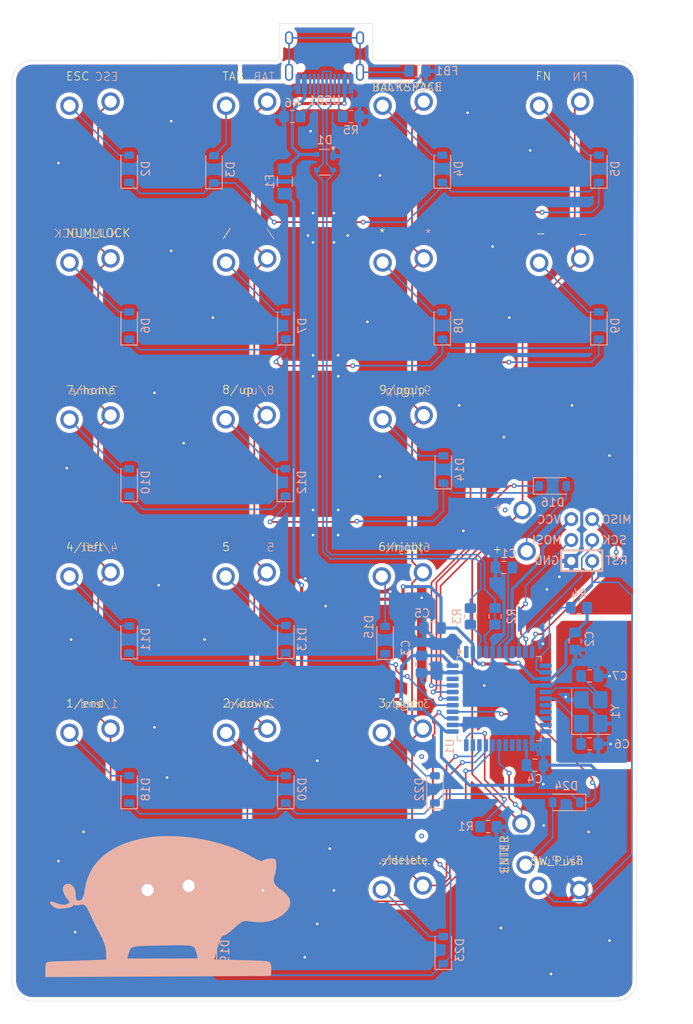
<source format=kicad_pcb>
(kicad_pcb (version 20241229) (generator "pcbnew") (generator_version "9.0")
  (layers (0 "F.Cu" signal) (2 "B.Cu" signal) (13 "F.Paste" user) (15 "B.Paste" user) (5 "F.SilkS" user "F.Silkscreen") (7 "B.SilkS" user "B.Silkscreen") (1 "F.Mask" user) (3 "B.Mask" user) (25 "Edge.Cuts" user))
  (net 0 "")
  (net 1 "Net-(U1-UCAP)")
  (net 2 "GND")
  (net 3 "+5V")
  (net 4 "Net-(U1-XTAL1)")
  (net 5 "Net-(U1-XTAL2)")
  (net 6 "VCC")
  (net 7 "D+")
  (net 8 "D-")
  (net 9 "Net-(D2-A)")
  (net 10 "ROW0")
  (net 11 "Net-(D3-A)")
  (net 12 "Net-(D4-A)")
  (net 13 "Net-(D5-A)")
  (net 14 "ROW1")
  (net 15 "Net-(D6-A)")
  (net 16 "Net-(D7-A)")
  (net 17 "Net-(D8-A)")
  (net 18 "Net-(D9-A)")
  (net 19 "ROW2")
  (net 20 "Net-(D10-A)")
  (net 21 "Net-(D11-A)")
  (net 22 "ROW3")
  (net 23 "Net-(D12-A)")
  (net 24 "Net-(D13-A)")
  (net 25 "Net-(D14-A)")
  (net 26 "Net-(D15-A)")
  (net 27 "Net-(D16-A)")
  (net 28 "ROW4")
  (net 29 "Net-(D18-A)")
  (net 30 "ROW5")
  (net 31 "Net-(D19-A)")
  (net 32 "Net-(D20-A)")
  (net 33 "Net-(D22-A)")
  (net 34 "Net-(D23-A)")
  (net 35 "Net-(D24-A)")
  (net 36 "RESET")
  (net 37 "SCK")
  (net 38 "MOSI")
  (net 39 "MISO")
  (net 40 "Net-(U1-~{HWB}{slash}PE2)")
  (net 41 "Net-(USB1-CC2)")
  (net 42 "Net-(USB1-CC1)")
  (net 43 "COL0")
  (net 44 "COL1")
  (net 45 "COL2")
  (net 46 "COL3")
  (net 62 "Earth")
  (footprint "Alps_Only:ALPS-2U" (layer "F.Cu") (at 68.71875 150.25625)
    (property "Reference" "SW19")
    (property "Value" "0/insert")
  )
  (footprint "Alps_Only:ALPS-1U" (layer "F.Cu") (at 97.31875 54.95625)
    (property "Reference" "SW4")
    (property "Value" "BACKSPACE" (hide yes))
  )
  (footprint "Alps_Only:ALPS-1U" (layer "F.Cu") (at 97.31875 93.05625)
    (property "Reference" "SW14")
    (property "Value" "9/pgup" (hide yes))
  )
  (footprint "Alps_Only:ALPS-1U" (layer "F.Cu") (at 97.21875 131.15625)
    (property "Reference" "SW22")
    (property "Value" "3/pgdn" (hide yes))
  )
  (footprint "Alps_Only:ALPS-2U" (layer "F.Cu") (at 116.34375 102.59375 90)
    (property "Reference" "SW16")
    (property "Value" "+")
  )
  (footprint "Alps_Only:ALPS-1U" (layer "F.Cu") (at 78.26875 74.00625)
    (property "Reference" "SW7")
    (property "Value" "/" (hide yes))
  )
  (footprint "Alps_Only:ALPS-1U" (layer "F.Cu") (at 97.31875 74.00625)
    (property "Reference" "SW8")
    (property "Value" "*" (hide yes))
  )
  (footprint "Alps_Only:ALPS-1U" (layer "F.Cu") (at 59.21875 54.95625)
    (property "Reference" "SW2")
    (property "Value" "ESC" (hide yes))
  )
  (footprint "Alps_Only:ALPS-1U" (layer "F.Cu") (at 116.36875 54.95625)
    (property "Reference" "SW5")
    (property "Value" "FN" (hide yes))
  )
  (footprint "Alps_Only:ALPS-2U" (layer "F.Cu") (at 116.21875 140.69375 90)
    (property "Reference" "SW24")
    (property "Value" "ENTER")
  )
  (footprint "Alps_Only:ALPS-1U" (layer "F.Cu") (at 59.21875 131.15625)
    (property "Reference" "SW18")
    (property "Value" "1/end" (hide yes))
  )
  (footprint "Alps_Only:ALPS-1U" (layer "F.Cu") (at 59.21875 74.00625)
    (property "Reference" "SW6")
    (property "Value" "NUM_LOCK" (hide yes))
  )
  (footprint "Alps_Only:ALPS-1U" (layer "F.Cu") (at 59.21875 93.0875)
    (property "Reference" "SW10")
    (property "Value" "7/home" (hide yes))
  )
  (footprint "Alps_Only:ALPS-1U" (layer "F.Cu") (at 97.21875 112.15625)
    (property "Reference" "SW15")
    (property "Value" "6/right" (hide yes))
  )
  (footprint "Alps_Only:ALPS-1U" (layer "F.Cu") (at 78.21875 112.15625)
    (property "Reference" "SW13")
    (property "Value" "5" (hide yes))
  )
  (footprint "Alps_Only:ALPS-1U" (layer "F.Cu") (at 78.26875 131.15625)
    (property "Reference" "SW20")
    (property "Value" "2/down" (hide yes))
  )
  (footprint "Alps_Only:ALPS-1U" (layer "F.Cu") (at 97.21875 150.20625)
    (property "Reference" "SW23")
    (property "Value" "./delete" (hide yes))
  )
  (footprint "Alps_Only:ALPS-1U" (layer "F.Cu") (at 78.26875 54.95625)
    (property "Reference" "SW3")
    (property "Value" "TAB" (hide yes))
  )
  (footprint "Alps_Only:ALPS-1U" (layer "F.Cu") (at 116.36875 74.0375)
    (property "Reference" "SW9")
    (property "Value" "-" (hide yes))
  )
  (footprint "Alps_Only:ALPS-1U" (layer "F.Cu") (at 78.21875 93.05625)
    (property "Reference" "SW12")
    (property "Value" "8/up" (hide yes))
  )
  (footprint "Alps_Only:ALPS-1U" (layer "F.Cu") (at 59.21875 112.15625)
    (property "Reference" "SW11")
    (property "Value" "4/left" (hide yes))
  )
  (footprint "Diode_SMD:D_SOD-123" (layer "B.Cu") (at 63.98125 58.61875 90)
    (property "Reference" "D2")
    (property "Value" "D")
  )
  (footprint "Alps_Only:ALPS-1U" (layer "B.Cu") (at 116.25 150.25625 180)
    (property "Reference" "SW1")
    (property "Value" "SW_Push" (hide yes))
  )
  (footprint "Diode_SMD:D_SOD-123" (layer "B.Cu") (at 63.98125 134.025 90)
    (property "Reference" "D18")
    (property "Value" "D")
  )
  (footprint "Capacitor_SMD:C_0805_2012Metric_Pad1.18x1.45mm_HandSolder" (layer "B.Cu") (at 120 120.25 180)
    (property "Reference" "C7")
    (property "Value" "22pF")
  )
  (footprint "Package_TO_SOT_SMD:SOT-143" (layer "B.Cu") (at 87.79375 57.825 180)
    (property "Reference" "D1")
    (property "Value" "PRTR5V0U2X")
  )
  (footprint "Fuse:Fuse_1206_3216Metric_Pad1.42x1.75mm_HandSolder" (layer "B.Cu") (at 82.931 60.1615 -90)
    (property "Reference" "F1")
    (property "Value" "Polyfuse_Small")
  )
  (footprint "Resistor_SMD:R_0805_2012Metric_Pad1.20x1.40mm_HandSolder" (layer "B.Cu") (at 118.7036 111.9378 180)
    (property "Reference" "R4")
    (property "Value" "10k")
  )
  (footprint "Diode_SMD:D_SOD-123" (layer "B.Cu") (at 82.98125 96.71875 90)
    (property "Reference" "D12")
    (property "Value" "D")
  )
  (footprint "Resistor_SMD:R_0805_2012Metric_Pad1.20x1.40mm_HandSolder" (layer "B.Cu") (at 107.68 138.557)
    (property "Reference" "R1")
    (property "Value" "10k")
  )
  (footprint "Resistor_SMD:R_0805_2012Metric_Pad1.20x1.40mm_HandSolder" (layer "B.Cu") (at 105.5 113 -90)
    (property "Reference" "R3")
    (property "Value" "22")
  )
  (footprint "Diode_SMD:D_SOD-123" (layer "B.Cu") (at 102.2 153.55 90)
    (property "Reference" "D23")
    (property "Value" "D")
  )
  (footprint "Diode_SMD:D_SOD-123" (layer "B.Cu") (at 63.98125 115.81875 90)
    (property "Reference" "D11")
    (property "Value" "D")
  )
  (footprint "Diode_SMD:D_SOD-123" (layer "B.Cu") (at 101.1875 134.025 90)
    (property "Reference" "D22")
    (property "Value" "D")
  )
  (footprint "Diode_SMD:D_SOD-123" (layer "B.Cu") (at 102.08125 77.66875 90)
    (property "Reference" "D8")
    (property "Value" "D")
  )
  (footprint "Diode_SMD:D_SOD-123" (layer "B.Cu") (at 73.625 153.69375 90)
    (property "Reference" "D19")
    (property "Value" "D")
  )
  (footprint "Capacitor_SMD:C_0805_2012Metric_Pad1.18x1.45mm_HandSolder" (layer "B.Cu") (at 99.568 118.8212 -90)
    (property "Reference" "C3")
    (property "Value" "0.1uF")
  )
  (footprint "Diode_SMD:D_SOD-123" (layer "B.Cu") (at 117.16875 135.6125 180)
    (property "Reference" "D24")
    (property "Value" "D")
  )
  (footprint "Package_QFP:TQFP-44_10x10mm_P0.8mm" (layer "B.Cu") (at 109 123 -90)
    (property "Reference" "U1")
    (property "Value" "ATmega32U4-A")
  )
  (footprint "Diode_SMD:D_SOD-123" (layer "B.Cu") (at 95.123 115.8748 90)
    (property "Reference" "D15")
    (property "Value" "D")
  )
  (footprint "Diode_SMD:D_SOD-123" (layer "B.Cu") (at 63.98125 96.71875 90)
    (property "Reference" "D10")
    (property "Value" "D")
  )
  (footprint "Diode_SMD:D_SOD-123" (layer "B.Cu") (at 74.3 58.68125 90)
    (property "Reference" "D3")
    (property "Value" "D")
  )
  (footprint "Diode_SMD:D_SOD-123" (layer "B.Cu") (at 115.51875 97.15625)
    (property "Reference" "D16")
    (property "Value" "D")
  )
  (footprint "Resistor_SMD:R_0805_2012Metric_Pad1.20x1.40mm_HandSolder" (layer "B.Cu") (at 83.825 52.26875 180)
    (property "Reference" "R6")
    (property "Value" "5.1k")
  )
  (footprint "Diode_SMD:D_SOD-123" (layer "B.Cu") (at 121.13125 58.61875 90)
    (property "Reference" "D5")
    (property "Value" "D")
  )
  (footprint "random-keyboard-parts:Reset_Pretty-Mask" (layer "B.Cu") (at 119.0498 103.7336 180)
    (property "Reference" "J1")
    (property "Value" "AVR-ISP-6")
  )
  (footprint "Capacitor_SMD:C_0805_2012Metric_Pad1.18x1.45mm_HandSolder" (layer "B.Cu") (at 120 128.5 180)
    (property "Reference" "C6")
    (property "Value" "22pF")
  )
  (footprint "Capacitor_SMD:C_0805_2012Metric_Pad1.18x1.45mm_HandSolder" (layer "B.Cu") (at 118.25 116 -90)
    (property "Reference" "C2")
    (property "Value" "0.1uF")
  )
  (footprint "Type-C:HRO-TYPE-C-31-M-12-HandSoldering" (layer "B.Cu") (at 87.75 40.105)
    (property "Reference" "USB1")
    (property "Value" "HRO-TYPE-C-31-M-12")
  )
  (footprint "Diode_SMD:D_SOD-123" (layer "B.Cu") (at 102.08125 58.61875 90)
    (property "Reference" "D4")
    (property "Value" "D")
  )
  (footprint "Capacitor_SMD:C_0805_2012Metric_Pad1.18x1.45mm_HandSolder" (layer "B.Cu") (at 109.5795 107.061 180)
    (property "Reference" "C1")
    (property "Value" "1uF")
  )
  (footprint "Capacitor_SMD:C_0805_2012Metric_Pad1.18x1.45mm_HandSolder" (layer "B.Cu") (at 113.3563 131.0894)
    (property "Reference" "C4")
    (property "Value" "0.1uF")
  )
  (footprint "Resistor_SMD:R_0805_2012Metric_Pad1.20x1.40mm_HandSolder" (layer "B.Cu") (at 90.96875 52.26875)
    (property "Reference" "R5")
    (property "Value" "5.1k")
  )
  (footprint "Inductor_SMD:L_0805_2012Metric_Pad1.15x1.40mm_HandSolder" (layer "B.Cu") (at 99.06 46.736 180)
    (property "Reference" "FB1")
    (property "Value" "60@100MHz")
  )
  (footprint "Diode_SMD:D_SOD-123" (layer "B.Cu") (at 83.03125 77.66875 90)
    (property "Reference" "D7")
    (property "Value" "D")
  )
  (footprint "Resistor_SMD:R_0805_2012Metric_Pad1.20x1.40mm_HandSolder" (layer "B.Cu") (at 108.5 113 90)
    (property "Reference" "R2")
    (property "Value" "22")
  )
  (footprint "Diode_SMD:D_SOD-123" (layer "B.Cu") (at 121.13125 77.66875 90)
    (property "Reference" "D9")
    (property "Value" "D")
  )
  (footprint "Diode_SMD:D_SOD-123" (layer "B.Cu") (at 83.03125 134.025 90)
    (property "Reference" "D20")
    (property "Value" "D")
  )
  (footprint "Crystal:Crystal_SMD_3225-4Pin_3.2x2.5mm_HandSoldering" (layer "B.Cu") (at 120.142 124.587 90)
    (property "Reference" "Y1")
    (property "Value" "Crystal_GND24_Small")
  )
  (footprint "Diode_SMD:D_SOD-123" (layer "B.Cu") (at 63.98125 77.66875 90)
    (property "Reference" "D6")
    (property "Value" "D")
  )
  (footprint "Diode_SMD:D_SOD-123" (layer "B.Cu") (at 102.2 95.15 90)
    (property "Reference" "D14")
    (property "Value" "D")
  )
  (footprint "Capacitor_SMD:C_0805_2012Metric_Pad1.18x1.45mm_HandSolder" (layer "B.Cu") (at 100.8849 114.427 180)
    (property "Reference" "C5")
    (property "Value" "10uF")
  )
  (footprint "Diode_SMD:D_SOD-123" (layer "B.Cu") (at 83.03125 115.76875 90)
    (property "Reference" "D13")
    (property "Value" "D")
  )
  (gr_poly (pts (xy 80.750949 146.252693) (xy 80.737559 146.25372) (xy 80.724357 146.25541) (xy 80.711362 146.257747) (xy 80.698589 146.260714) (xy 80.686057 146.264294) (xy 80.673781 146.26847) (xy 80.661778 146.273224) (xy 80.650067 146.278541) (xy 80.638663 146.284403) (xy 80.627583 146.290792) (xy 80.616846 146.297693) (xy 80.606466 146.305088) (xy 80.596463 146.31296) (xy 80.586851 146.321293) (xy 80.577649 146.330068) (xy 80.568873 146.33927) (xy 80.560541 146.348882) (xy 80.552669 146.358886) (xy 80.545274 146.369265) (xy 80.538373 146.380003) (xy 80.531983 146.391082) (xy 80.526122 146.402486) (xy 80.520805 146.414198) (xy 80.51605 146.4262) (xy 80.511875 146.438476) (xy 80.508295 146.451009) (xy 80.505328 146.463781) (xy 80.502991 146.476777) (xy 80.5013 146.489978) (xy 80.500274 146.503368) (xy 80.499928 146.516931) (xy 80.500274 146.530493) (xy 80.5013 146.543883) (xy 80.502991 146.557084) (xy 80.505328 146.57008) (xy 80.508295 146.582852) (xy 80.511875 146.595385) (xy 80.51605 146.607661) (xy 80.520805 146.619663) (xy 80.526122 146.631375) (xy 80.531983 146.642779) (xy 80.538373 146.653858) (xy 80.545274 146.664596) (xy 80.552669 146.674975) (xy 80.560541 146.684979) (xy 80.568873 146.69459) (xy 80.577649 146.703792) (xy 80.586851 146.712568) (xy 80.596463 146.720901) (xy 80.606466 146.728773) (xy 80.616846 146.736168) (xy 80.627583 146.743068) (xy 80.638663 146.749458) (xy 80.650067 146.75532) (xy 80.661778 146.760636) (xy 80.673781 146.765391) (xy 80.686057 146.769567) (xy 80.698589 146.773147) (xy 80.711362 146.776114) (xy 80.724357 146.778451) (xy 80.737559 146.780141) (xy 80.750949 146.781168) (xy 80.764511 146.781514) (xy 80.778073 146.781168) (xy 80.791464 146.780141) (xy 80.804665 146.778451) (xy 80.81766 146.776114) (xy 80.830433 146.773147) (xy 80.842966 146.769567) (xy 80.855242 146.765391) (xy 80.867244 146.760636) (xy 80.878955 146.75532) (xy 80.890359 146.749458) (xy 80.901439 146.743068) (xy 80.912176 146.736168) (xy 80.922556 146.728773) (xy 80.93256 146.720901) (xy 80.942171 146.712568) (xy 80.951373 146.703792) (xy 80.960149 146.69459) (xy 80.968481 146.684979) (xy 80.976353 146.674975) (xy 80.983748 146.664596) (xy 80.990649 146.653858) (xy 80.997039 146.642779) (xy 81.002901 146.631375) (xy 81.008217 146.619663) (xy 81.012972 146.607661) (xy 81.017147 146.595385) (xy 81.020727 146.582852) (xy 81.023694 146.57008) (xy 81.026031 146.557084) (xy 81.027722 146.543883) (xy 81.028748 146.530493) (xy 81.029094 146.516931) (xy 81.028748 146.503368) (xy 81.027722 146.489978) (xy 81.026031 146.476777) (xy 81.023694 146.463781) (xy 81.020727 146.451009) (xy 81.017147 146.438476) (xy 81.012972 146.4262) (xy 81.008217 146.414198) (xy 81.002901 146.402486) (xy 80.997039 146.391082) (xy 80.990649 146.380003) (xy 80.983748 146.369265) (xy 80.976353 146.358886) (xy 80.968481 146.348882) (xy 80.960149 146.33927) (xy 80.951373 146.330068) (xy 80.942171 146.321293) (xy 80.93256 146.31296) (xy 80.922556 146.305088) (xy 80.912176 146.297693) (xy 80.901439 146.290792) (xy 80.890359 146.284403) (xy 80.878955 146.278541) (xy 80.867244 146.273224) (xy 80.855242 146.26847) (xy 80.842966 146.264294) (xy 80.830433 146.260714) (xy 80.81766 146.257747) (xy 80.804665 146.25541) (xy 80.791464 146.25372) (xy 80.778073 146.252693) (xy 80.764511 146.252347)) (fill yes) (layer "B.SilkS"))
  (gr_poly (pts (xy 68.2625 139.7) (xy 67.962205 139.710096) (xy 67.665307 139.72535) (xy 67.372113 139.745705) (xy 67.08293 139.771106) (xy 66.798064 139.801495) (xy 66.517822 139.836818) (xy 66.242512 139.877018) (xy 65.423248 140.026223) (xy 64.646286 140.210902) (xy 64.273869 140.31638) (xy 63.912267 140.430529) (xy 63.561562 140.553284) (xy 63.221833 140.684579) (xy 62.89316 140.824349) (xy 62.575623 140.972527) (xy 62.269304 141.129049) (xy 61.974281 141.293849) (xy 61.690635 141.46686) (xy 61.418447 141.648017) (xy 61.157795 141.837255) (xy 60.908761 142.034508) (xy 60.671425 142.239711) (xy 60.445867 142.452797) (xy 60.232166 142.673701) (xy 60.030403 142.902357) (xy 59.840659 143.1387) (xy 59.663013 143.382664) (xy 59.497546 143.634183) (xy 59.344337 143.893192) (xy 59.203467 144.159626) (xy 59.075016 144.433417) (xy 58.959064 144.714502) (xy 58.855691 145.002813) (xy 58.764978 145.298286) (xy 58.687004 145.600855) (xy 58.62185 145.910454) (xy 58.569596 146.227018) (xy 58.546046 146.381091) (xy 58.520946 146.524462) (xy 58.494178 146.65734) (xy 58.480133 146.71991) (xy 58.465626 146.779936) (xy 58.450645 146.837443) (xy 58.435173 146.892457) (xy 58.419197 146.945006) (xy 58.402702 146.995114) (xy 58.385672 147.042808) (xy 58.368095 147.088115) (xy 58.349954 147.13106) (xy 58.331235 147.171669) (xy 58.311924 147.209969) (xy 58.292005 147.245986) (xy 58.271466 147.279746) (xy 58.250289 147.311275) (xy 58.228462 147.340599) (xy 58.205969 147.367745) (xy 58.182796 147.392738) (xy 58.158928 147.415605) (xy 58.134351 147.436371) (xy 58.109049 147.455064) (xy 58.083009 147.471709) (xy 58.056215 147.486332) (xy 58.028653 147.498959) (xy 58.000308 147.509617) (xy 57.971166 147.518332) (xy 57.941212 147.52513) (xy 57.877798 147.535125) (xy 57.819894 147.539401) (xy 57.792947 147.539299) (xy 57.767305 147.537656) (xy 57.742942 147.534432) (xy 57.719835 147.52959) (xy 57.697959 147.523093) (xy 57.677289 147.514904) (xy 57.657801 147.504985) (xy 57.63947 147.493298) (xy 57.622272 147.479805) (xy 57.606182 147.464471) (xy 57.591176 147.447256) (xy 57.57723 147.428123) (xy 57.564319 147.407035) (xy 57.552418 147.383955) (xy 57.541503 147.358844) (xy 57.53155 147.331666) (xy 57.514429 147.270957) (xy 57.500861 147.201527) (xy 57.490649 147.123076) (xy 57.483597 147.035304) (xy 57.479509 146.937912) (xy 57.47819 146.830598) (xy 57.476482 146.748865) (xy 57.471429 146.668692) (xy 57.463136 146.590192) (xy 57.451709 146.513478) (xy 57.437253 146.438663) (xy 57.419874 146.365861) (xy 57.399677 146.295182) (xy 57.376768 146.226742) (xy 57.351251 146.160652) (xy 57.323234 146.097026) (xy 57.292821 146.035976) (xy 57.260118 145.977615) (xy 57.225229 145.922057) (xy 57.188262 145.869414) (xy 57.149321 145.819798) (xy 57.108511 145.773324) (xy 57.065939 145.730103) (xy 57.021709 145.690249) (xy 56.975928 145.653875) (xy 56.928701 145.621093) (xy 56.880133 145.592017) (xy 56.830329 145.566759) (xy 56.779396 145.545432) (xy 56.727438 145.528149) (xy 56.674562 145.515023) (xy 56.620873 145.506167) (xy 56.566475 145.501694) (xy 56.511476 145.501717) (xy 56.45598 145.506348) (xy 56.400092 145.515701) (xy 56.343919 145.529889) (xy 56.287566 145.549023) (xy 56.240526 145.568903) (xy 56.196575 145.591228) (xy 56.155713 145.615955) (xy 56.11794 145.64304) (xy 56.083255 145.672442) (xy 56.051657 145.704118) (xy 56.023146 145.738026) (xy 55.997722 145.774121) (xy 55.975385 145.812363) (xy 55.956133 145.852708) (xy 55.939966 145.895114) (xy 55.926884 145.939538) (xy 55.916887 145.985937) (xy 55.909974 146.034269) (xy 55.906144 146.084491) (xy 55.905397 146.13656) (xy 55.907733 146.190435) (xy 55.913151 146.246071) (xy 55.933231 146.36246) (xy 55.965634 146.485386) (xy 56.010357 146.614508) (xy 56.067396 146.749485) (xy 56.136747 146.889975) (xy 56.218407 147.035638) (xy 56.312371 147.186132) (xy 56.342771 147.230773) (xy 56.373906 147.273398) (xy 56.405453 147.314069) (xy 56.437086 147.352847) (xy 56.468483 147.389795) (xy 56.499319 147.424975) (xy 56.558008 147.490279) (xy 56.610562 147.549256) (xy 56.633728 147.576526) (xy 56.654386 147.6024) (xy 56.672214 147.626941) (xy 56.679965 147.638731) (xy 56.686887 147.65021) (xy 56.692939 147.661387) (xy 56.69808 147.67227) (xy 56.702271 147.682865) (xy 56.70547 147.693182) (xy 56.708672 147.707773) (xy 56.710444 147.721809) (xy 56.710825 147.735314) (xy 56.709854 147.748312) (xy 56.707572 147.760827) (xy 56.704019 147.772884) (xy 56.699234 147.784505) (xy 56.693257 147.795717) (xy 56.686128 147.806543) (xy 56.677887 147.817007) (xy 56.668573 147.827133) (xy 56.658227 147.836946) (xy 56.634597 147.855729) (xy 56.607315 147.873548) (xy 56.5767 147.890599) (xy 56.54307 147.907074) (xy 56.506745 147.923167) (xy 56.468042 147.939073) (xy 56.295834 148.004687) (xy 56.247301 148.020365) (xy 56.193323 148.032432) (xy 56.134459 148.040965) (xy 56.071272 148.046036) (xy 56.00432 148.047722) (xy 55.934163 148.046096) (xy 55.861363 148.041234) (xy 55.786479 148.033209) (xy 55.710072 148.022097) (xy 55.632701 148.007972) (xy 55.554928 147.990908) (xy 55.477312 147.970981) (xy 55.400413 147.948264) (xy 55.324792 147.922834) (xy 55.251008 147.894763) (xy 55.179623 147.864127) (xy 55.101501 147.829601) (xy 55.026737 147.798679) (xy 54.955407 147.771301) (xy 54.887584 147.747405) (xy 54.823345 147.726931) (xy 54.762763 147.709817) (xy 54.705914 147.696002) (xy 54.652872 147.685425) (xy 54.603712 147.678026) (xy 54.55851 147.673744) (xy 54.517339 147.672516) (xy 54.480274 147.674283) (xy 54.447392 147.678983) (xy 54.418765 147.686555) (xy 54.39447 147.696939) (xy 54.37458 147.710073) (xy 54.359172 147.725896) (xy 54.348318 147.744347) (xy 54.342096 147.765366) (xy 54.340578 147.788891) (xy 54.34384 147.814861) (xy 54.351957 147.843215) (xy 54.365004 147.873892) (xy 54.383055 147.906832) (xy 54.406186 147.941973) (xy 54.43447 147.979254) (xy 54.467984 148.018614) (xy 54.506801 148.059992) (xy 54.550997 148.103327) (xy 54.600646 148.148559) (xy 54.655823 148.195625) (xy 54.716603 148.244466) (xy 54.786142 148.297508) (xy 54.85329 148.345225) (xy 54.919658 148.387591) (xy 54.986861 148.424587) (xy 55.05651 148.456187) (xy 55.130219 148.482371) (xy 55.209601 148.503114) (xy 55.296268 148.518396) (xy 55.391833 148.528192) (xy 55.49791 148.532481) (xy 55.61611 148.531239) (xy 55.748048 148.524445) (xy 55.895335 148.512075) (xy 56.059585 148.494107) (xy 56.24241 148.470518) (xy 56.445424 148.441286) (xy 56.576304 148.421556) (xy 56.637305 148.411591) (xy 56.69556 148.400904) (xy 56.751227 148.389005) (xy 56.804467 148.375404) (xy 56.855439 148.359608) (xy 56.880124 148.350735) (xy 56.904302 148.341129) (xy 56.927992 148.330729) (xy 56.951215 148.319474) (xy 56.97399 148.307302) (xy 56.996338 148.294153) (xy 57.018278 148.279964) (xy 57.03983 148.264675) (xy 57.061015 148.248224) (xy 57.081852 148.23055) (xy 57.10236 148.211591) (xy 57.122561 148.191287) (xy 57.142473 148.169575) (xy 57.162118 148.146394) (xy 57.181514 148.121684) (xy 57.200682 148.095382) (xy 57.219641 148.067428) (xy 57.238412 148.03776) (xy 57.249451 148.050048) (xy 57.261849 148.061403) (xy 57.290596 148.081388) (xy 57.324389 148.097856) (xy 57.362968 148.110949) (xy 57.406071 148.120809) (xy 57.453436 148.127578) (xy 57.504802 148.131398) (xy 57.559907 148.13241) (xy 57.61849 148.130757) (xy 57.680288 148.126581) (xy 57.745041 148.120023) (xy 57.812487 148.111225) (xy 57.882365 148.100329) (xy 57.954412 148.087478) (xy 58.103968 148.056475) (xy 58.204064 148.038528) (xy 58.294955 148.032068) (xy 58.337324 148.033251) (xy 58.377841 148.037432) (xy 58.416657 148.044652) (xy 58.453921 148.054954) (xy 58.489783 148.06838) (xy 58.524394 148.084972) (xy 58.557902 148.104771) (xy 58.590458 148.12782) (xy 58.622212 148.15416) (xy 58.653313 148.183834) (xy 58.714157 148.253351) (xy 58.77419 148.336706) (xy 58.834609 148.434235) (xy 58.896615 148.546274) (xy 58.961406 148.673159) (xy 59.104138 148.972809) (xy 59.272397 149.335872) (xy 59.554989 149.926721) (xy 59.884468 150.590099) (xy 60.220038 151.244414) (xy 60.5209 151.808072) (xy 60.587617 151.933819) (xy 60.652583 152.064794) (xy 60.715449 152.199945) (xy 60.775863 152.33822) (xy 60.833477 152.478569) (xy 60.887941 152.619941) (xy 60.938905 152.761283) (xy 60.986018 152.901545) (xy 61.028932 153.039675) (xy 61.067297 153.174623) (xy 61.100762 153.305336) (xy 61.128978 153.430763) (xy 61.151595 153.549854) (xy 61.168264 153.661557) (xy 61.178634 153.76482) (xy 61.182357 153.858593) (xy 61.182357 154.718489) (xy 54.501628 154.949999) (xy 54.386608 154.956939) (xy 54.284211 154.966484) (xy 54.193717 154.979591) (xy 54.114409 154.997217) (xy 54.078726 155.008022) (xy 54.04557 155.020316) (xy 54.014852 155.034217) (xy 53.986482 155.049845) (xy 53.96037 155.06732) (xy 53.936427 155.086761) (xy 53.914562 155.108287) (xy 53.894687 155.132018) (xy 53.876712 155.158074) (xy 53.860546 155.186573) (xy 53.846101 155.217637) (xy 53.833286 155.251383) (xy 53.822011 155.287932) (xy 53.812188 155.327402) (xy 53.796535 155.415588) (xy 53.78561 155.516896) (xy 53.778695 155.632283) (xy 53.775072 155.762703) (xy 53.774024 155.909114) (xy 53.774024 156.835155) (xy 81.191471 156.702863) (xy 81.205781 156.65842) (xy 81.218805 156.603803) (xy 81.230512 156.540247) (xy 81.240872 156.468986) (xy 81.257435 156.308294) (xy 81.268256 156.131611) (xy 81.273095 155.94882) (xy 81.271716 155.769804) (xy 81.263879 155.604446) (xy 81.257466 155.529977) (xy 81.249348 155.462629) (xy 81.232702 155.3565) (xy 81.21156 155.263259) (xy 81.181128 155.181951) (xy 81.136617 155.111622) (xy 81.073234 155.051317) (xy 80.986189 155.00008) (xy 80.870689 154.956957) (xy 80.721944 154.920992) (xy 80.535161 154.89123) (xy 80.30555 154.866717) (xy 79.698675 154.829614) (xy 78.862987 154.802044) (xy 77.760156 154.776366) (xy 74.361913 154.701952) (xy 74.394138 154.56966) (xy 72.27832 154.56966) (xy 63.770312 154.586197) (xy 63.77415 154.548029) (xy 63.781594 154.501553) (xy 63.805898 154.38778) (xy 63.840416 154.253079) (xy 63.882341 154.10565) (xy 63.928866 153.953694) (xy 63.977184 153.805411) (xy 64.024487 153.669003) (xy 64.067969 153.552669) (xy 64.104365 153.47177) (xy 64.149198 153.399879) (xy 64.206709 153.336387) (xy 64.281136 153.280687) (xy 64.376718 153.23217) (xy 64.497695 153.190228) (xy 64.648304 153.154254) (xy 64.832786 153.123639) (xy 65.055379 153.097775) (xy 65.320322 153.076055) (xy 65.994215 153.042613) (xy 66.888376 153.018449) (xy 68.036719 152.998697) (xy 69.281456 152.980228) (xy 69.785642 152.974895) (xy 70.219531 152.973892) (xy 70.502375 152.976528) (xy 70.751263 152.982275) (xy 70.863746 152.986426) (xy 70.968667 152.991486) (xy 71.066335 152.997499) (xy 71.15706 153.004509) (xy 71.241151 153.01256) (xy 71.318916 153.021696) (xy 71.390665 153.031961) (xy 71.456706 153.043397) (xy 71.51735 153.05605) (xy 71.572905 153.069962) (xy 71.62368 153.085178) (xy 71.669984 153.101742) (xy 71.712127 153.119696) (xy 71.750418 153.139086) (xy 71.785165 153.159954) (xy 71.816678 153.182345) (xy 71.845265 153.206303) (xy 71.871237 153.23187) (xy 71.894902 153.259092) (xy 71.916569 153.288011) (xy 71.936547 153.318672) (xy 71.955146 153.351119) (xy 71.972674 153.385394) (xy 71.989441 153.421542) (xy 72.021928 153.499633) (xy 72.055078 153.585741) (xy 72.079699 153.653603) (xy 72.103197 153.724309) (xy 72.125509 153.797068) (xy 72.14657 153.871088) (xy 72.184682 154.019748) (xy 72.217019 154.163958) (xy 72.243066 154.297385) (xy 72.262309 154.413698) (xy 72.274231 154.506567) (xy 72.277287 154.542231) (xy 72.27832 154.56966) (xy 74.394138 154.56966) (xy 74.51901 154.057031) (xy 74.579899 153.817967) (xy 74.640647 153.587317) (xy 74.7013 153.366047) (xy 74.761907 153.155124) (xy 74.822516 152.955516) (xy 74.883173 152.76819) (xy 74.943927 152.594114) (xy 75.004825 152.434255) (xy 75.065915 152.289579) (xy 75.127245 152.161056) (xy 75.158015 152.103153) (xy 75.188863 152.049651) (xy 75.219794 152.00067) (xy 75.250815 151.956332) (xy 75.281932 151.916758) (xy 75.313151 151.882067) (xy 75.344477 151.852382) (xy 75.375916 151.827823) (xy 75.407475 151.808511) (xy 75.43916 151.794567) (xy 75.470976 151.786112) (xy 75.502929 151.783267) (xy 75.544156 151.777885) (xy 75.595137 151.762099) (xy 75.655145 151.736446) (xy 75.723449 151.701464) (xy 75.799322 151.65769) (xy 75.882035 151.605662) (xy 75.97086 151.545919) (xy 76.065067 151.478997) (xy 76.163928 151.405435) (xy 76.266715 151.32577) (xy 76.48115 151.150284) (xy 76.702543 150.956839) (xy 76.925065 150.749739) (xy 77.102822 150.583919) (xy 77.264395 150.443975) (xy 77.412293 150.32802) (xy 77.481897 150.27845) (xy 77.549023 150.234171) (xy 77.613984 150.194946) (xy 77.677094 150.160542) (xy 77.738667 150.130721) (xy 77.799016 150.105248) (xy 77.858455 150.083889) (xy 77.917297 150.066406) (xy 77.975856 150.052566) (xy 78.034445 150.042131) (xy 78.093378 150.034867) (xy 78.152969 150.030537) (xy 78.275379 150.029741) (xy 78.404181 150.037856) (xy 78.541886 150.053) (xy 78.854037 150.096832) (xy 79.0335 150.12175) (xy 79.2319 150.146158) (xy 79.506853 150.170372) (xy 79.778974 150.180864) (xy 80.047718 150.177801) (xy 80.312539 150.16135) (xy 80.572891 150.131677) (xy 80.828228 150.08895) (xy 81.078004 150.033334) (xy 81.321673 149.964997) (xy 81.558689 149.884105) (xy 81.788507 149.790826) (xy 82.010581 149.685325) (xy 82.224364 149.567769) (xy 82.429311 149.438326) (xy 82.624876 149.297162) (xy 82.810513 149.144444) (xy 82.985676 148.980338) (xy 83.07706 148.885409) (xy 83.160683 148.791181) (xy 83.236615 148.697628) (xy 83.304926 148.604728) (xy 83.365685 148.512456) (xy 83.418963 148.420786) (xy 83.464829 148.329695) (xy 83.503353 148.239159) (xy 83.534605 148.149152) (xy 83.558655 148.059651) (xy 83.575572 147.970631) (xy 83.585427 147.882068) (xy 83.588289 147.793937) (xy 83.584228 147.706214) (xy 83.573313 147.618875) (xy 83.555616 147.531894) (xy 83.531205 147.445249) (xy 83.50015 147.358913) (xy 83.462522 147.272864) (xy 83.418389 147.187076) (xy 83.367822 147.101525) (xy 83.310891 147.016188) (xy 83.247665 146.931038) (xy 83.178215 146.846052) (xy 83.10261 146.761206) (xy 83.020919 146.676475) (xy 82.933213 146.591835) (xy 82.839562 146.507261) (xy 82.740036 146.422729) (xy 82.634703 146.338214) (xy 82.4069 146.16914) (xy 82.264131 146.065215) (xy 82.137798 145.966981) (xy 82.027024 145.873662) (xy 81.9772 145.828604) (xy 81.930937 145.784483) (xy 81.888126 145.741205) (xy 81.848659 145.698671) (xy 81.812426 145.656784) (xy 81.779318 145.615449) (xy 81.749224 145.574567) (xy 81.722037 145.534043) (xy 81.697646 145.493779) (xy 81.675942 145.453679) (xy 81.656816 145.413645) (xy 81.640158 145.373581) (xy 81.625859 145.333389) (xy 81.61381 145.292974) (xy 81.603901 145.252238) (xy 81.596023 145.211085) (xy 81.590066 145.169417) (xy 81.585922 145.127138) (xy 81.582632 145.040357) (xy 81.585279 144.94997) (xy 81.592987 144.8552) (xy 81.604882 144.755273) (xy 81.71903 144.322439) (xy 81.771302 144.113791) (xy 81.816809 143.906564) (xy 81.836191 143.802602) (xy 81.852879 143.697938) (xy 81.866539 143.59222) (xy 81.876838 143.485095) (xy 81.883441 143.376211) (xy 81.886014 143.265216) (xy 81.884223 143.151757) (xy 81.877734 143.035481) (xy 81.868408 142.927101) (xy 81.857961 142.834284) (xy 81.852232 142.79331) (xy 81.846118 142.755744) (xy 81.839586 142.721425) (xy 81.832602 142.690192) (xy 81.825131 142.661886) (xy 81.817138 142.636344) (xy 81.808589 142.613407) (xy 81.799449 142.592913) (xy 81.789684 142.574701) (xy 81.779259 142.558611) (xy 81.768141 142.544481) (xy 81.756294 142.532152) (xy 81.743684 142.521461) (xy 81.730276 142.512249) (xy 81.716037 142.504355) (xy 81.700931 142.497617) (xy 81.684924 142.491875) (xy 81.667981 142.486968) (xy 81.631152 142.479015) (xy 81.54475 142.466053) (xy 81.494625 142.45847) (xy 81.439517 142.448437) (xy 81.389702 142.439395) (xy 81.340106 142.432433) (xy 81.290746 142.427458) (xy 81.24164 142.42438) (xy 81.144262 142.42355) (xy 81.048115 142.429212) (xy 80.953341 142.440637) (xy 80.860082 142.457093) (xy 80.768481 142.477852) (xy 80.678681 142.502183) (xy 80.590823 142.529356) (xy 80.505051 142.558641) (xy 80.340332 142.620628) (xy 80.042187 142.737825) (xy 79.919235 142.700166) (xy 79.787707 142.652564) (xy 79.647457 142.595036) (xy 79.498337 142.527598) (xy 79.340201 142.450264) (xy 79.1729 142.363051) (xy 78.996289 142.265974) (xy 78.810221 142.159049) (xy 78.300347 141.877029) (xy 77.759214 141.609474) (xy 77.189797 141.356943) (xy 76.595066 141.119992) (xy 75.977995 140.899182) (xy 75.341556 140.695069) (xy 74.688721 140.508212) (xy 74.022464 140.339169) (xy 73.345757 140.188498) (xy 72.661571 140.056758) (xy 71.97288 139.944507) (xy 71.282657 139.852302) (xy 70.593873 139.780703) (xy 69.909502 139.730267) (xy 69.232515 139.701552) (xy 68.565885 139.695117)) (fill yes) (layer "B.SilkS"))
  (gr_poly (pts (xy 68.457348 140.39654) (xy 67.921353 140.419241) (xy 67.398925 140.455631) (xy 66.893862 140.505955) (xy 66.409961 140.570462) (xy 65.716923 140.687852) (xy 65.06337 140.823666) (xy 64.448954 140.978126) (xy 64.156315 141.062417) (xy 63.873331 141.151454) (xy 63.599959 141.245263) (xy 63.336156 141.343872) (xy 63.081879 141.447309) (xy 62.837084 141.555603) (xy 62.601729 141.66878) (xy 62.37577 141.786868) (xy 62.159164 141.909896) (xy 61.951869 142.03789) (xy 61.75384 142.17088) (xy 61.565035 142.308892) (xy 61.385411 142.451954) (xy 61.214925 142.600094) (xy 61.053532 142.75334) (xy 60.901191 142.91172) (xy 60.757859 143.075261) (xy 60.623491 143.243991) (xy 60.498045 143.417938) (xy 60.381478 143.59713) (xy 60.273747 143.781594) (xy 60.174808 143.971359) (xy 60.084618 144.166451) (xy 60.003135 144.366899) (xy 59.930315 144.572731) (xy 59.866114 144.783974) (xy 59.815218 144.982778) (xy 59.772214 145.186774) (xy 59.709348 145.608264) (xy 59.676452 146.044283) (xy 59.672462 146.490673) (xy 59.696316 146.943273) (xy 59.746948 147.397923) (xy 59.823295 147.850463) (xy 59.924293 148.296734) (xy 60.048878 148.732574) (xy 60.195987 149.153825) (xy 60.364556 149.556326) (xy 60.55352 149.935918) (xy 60.761816 150.288439) (xy 60.988381 150.609731) (xy 61.108181 150.757366) (xy 61.232149 150.895634) (xy 61.360153 151.024014) (xy 61.492059 151.141987) (xy 61.571044 151.21039) (xy 61.647363 151.280305) (xy 61.72064 151.351223) (xy 61.790499 151.422635) (xy 61.856563 151.494033) (xy 61.918458 151.56491) (xy 61.975806 151.634758) (xy 62.028233 151.703067) (xy 62.075361 151.76933) (xy 62.116815 151.833038) (xy 62.15222 151.893684) (xy 62.181199 151.95076) (xy 62.203376 152.003756) (xy 62.211796 152.028566) (xy 62.218375 152.052165) (xy 62.223066 152.074491) (xy 62.225821 152.095479) (xy 62.226593 152.115066) (xy 62.225337 152.133189) (xy 62.217067 152.223809) (xy 62.210589 152.352716) (xy 62.20322 152.701416) (xy 62.203658 153.131339) (xy 62.212331 153.594534) (xy 62.220791 153.945868) (xy 62.225668 154.100317) (xy 62.232935 154.239435) (xy 62.237923 154.302968) (xy 62.244059 154.362334) (xy 62.251526 154.417423) (xy 62.260508 154.468124) (xy 62.271188 154.514325) (xy 62.28375 154.555915) (xy 62.298377 154.592784) (xy 62.306522 154.609413) (xy 62.315253 154.62482) (xy 63.121972 154.624814) (xy 63.14765 154.581969) (xy 63.171081 154.539547) (xy 63.192428 154.497398) (xy 63.211853 154.455375) (xy 63.229519 154.413329) (xy 63.245589 154.371114) (xy 63.260226 154.32858) (xy 63.273591 154.285579) (xy 63.285849 154.241964) (xy 63.297161 154.197587) (xy 63.3176 154.105953) (xy 63.336211 154.009492) (xy 63.354295 153.907021) (xy 63.371504 153.818776) (xy 63.393363 153.725711) (xy 63.419549 153.628231) (xy 63.449737 153.526743) (xy 63.520823 153.313368) (xy 63.60403 153.088836) (xy 63.696764 152.856398) (xy 63.796433 152.619305) (xy 64.006207 152.144156) (xy 64.07782 151.987524) (xy 64.149845 151.83444) (xy 64.22181 151.685945) (xy 64.293243 151.543082) (xy 64.36367 151.406892) (xy 64.432621 151.278417) (xy 64.499622 151.1587) (xy 64.564202 151.048784) (xy 64.625887 150.949709) (xy 64.684205 150.862518) (xy 64.738685 150.788254) (xy 64.788853 150.727957) (xy 64.812172 150.703373) (xy 64.834237 150.682672) (xy 64.854988 150.665984) (xy 64.874366 150.653439) (xy 64.892311 150.645168) (xy 64.908766 150.641301) (xy 64.92367 150.641968) (xy 64.936965 150.6473) (xy 64.948997 150.655494) (xy 64.960478 150.664839) (xy 64.971403 150.675295) (xy 64.981766 150.68682) (xy 65.000785 150.712919) (xy 65.017493 150.742811) (xy 65.031844 150.776172) (xy 65.043797 150.812679) (xy 65.053307 150.852006) (xy 65.060331 150.893831) (xy 65.064825 150.937828) (xy 65.066747 150.983675) (xy 65.066051 151.031046) (xy 65.062696 151.079618) (xy 65.056637 151.129066) (xy 65.047831 151.179067) (xy 65.036234 151.229297) (xy 65.021804 151.27943) (xy 64.986487 151.412907) (xy 64.971296 151.532709) (xy 64.978564 151.639461) (xy 64.99135 151.688139) (xy 65.010628 151.733789) (xy 65.036688 151.776489) (xy 65.069823 151.816316) (xy 65.110325 151.85335) (xy 65.158485 151.887668) (xy 65.278951 151.948468) (xy 65.433555 151.999343) (xy 65.624633 152.040915) (xy 65.854521 152.073811) (xy 66.125555 152.098654) (xy 66.44007 152.11607) (xy 66.800403 152.126682) (xy 67.208888 152.131116) (xy 68.179661 152.123947) (xy 68.743864 152.113347) (xy 69.259005 152.099502) (xy 69.726832 152.0821) (xy 70.14909 152.060831) (xy 70.527527 152.035383) (xy 70.700859 152.020995) (xy 70.863891 152.005445) (xy 71.016842 151.988696) (xy 71.159929 151.970707) (xy 71.293371 151.95144) (xy 71.417386 151.930857) (xy 71.532194 151.908918) (xy 71.638012 151.885584) (xy 71.735059 151.860816) (xy 71.823552 151.834577) (xy 71.903712 151.806825) (xy 71.975755 151.777524) (xy 72.0399 151.746634) (xy 72.096366 151.714116) (xy 72.145371 151.679931) (xy 72.187134 151.64404) (xy 72.221872 151.606405) (xy 72.249805 151.566986) (xy 72.27115 151.525745) (xy 72.286126 151.482643) (xy 72.294951 151.437641) (xy 72.297845 151.390699) (xy 72.29817 151.371434) (xy 72.299134 151.352412) (xy 72.300722 151.333659) (xy 72.302918 151.315198) (xy 72.305705 151.297054) (xy 72.309068 151.279251) (xy 72.312991 151.261812) (xy 72.317458 151.244763) (xy 72.322453 151.228126) (xy 72.327959 151.211926) (xy 72.333962 151.196187) (xy 72.340445 151.180934) (xy 72.347392 151.16619) (xy 72.354788 151.151979) (xy 72.362616 151.138325) (xy 72.37086 151.125253) (xy 72.379505 151.112787) (xy 72.388534 151.10095) (xy 72.397932 151.089768) (xy 72.407683 151.079263) (xy 72.417771 151.06946) (xy 72.428179 151.060383) (xy 72.438893 151.052056) (xy 72.449895 151.044504) (xy 72.46117 151.03775) (xy 72.472703 151.031818) (xy 72.484477 151.026733) (xy 72.496476 151.022518) (xy 72.508684 151.019198) (xy 72.521086 151.016797) (xy 72.533666 151.015338) (xy 72.546407 151.014847) (xy 72.559386 151.017269) (xy 72.572674 151.024455) (xy 72.600062 151.052648) (xy 72.628351 151.098475) (xy 72.657319 151.160988) (xy 72.686745 151.239235) (xy 72.716409 151.332269) (xy 72.775563 151.558896) (xy 72.833014 151.833272) (xy 72.886995 152.147801) (xy 72.935736 152.494885) (xy 72.977469 152.86693) (xy 72.988557 152.992257) (xy 72.997569 153.119431) (xy 73.010619 153.375953) (xy 73.025607 153.874103) (xy 73.032565 154.102252) (xy 73.04251 154.307463) (xy 73.049388 154.399362) (xy 73.057954 154.482999) (xy 73.068521 154.557532) (xy 73.081404 154.622119) (xy 73.755181 154.583906) (xy 73.818476 154.40712) (xy 73.890444 154.180283) (xy 74.053206 153.620327) (xy 74.22909 152.991775) (xy 74.403713 152.382363) (xy 74.482412 152.121293) (xy 74.556981 151.88316) (xy 74.627771 151.667306) (xy 74.695134 151.473078) (xy 74.727641 151.383868) (xy 74.759422 151.299819) (xy 74.790522 151.220847) (xy 74.820985 151.146873) (xy 74.850855 151.077812) (xy 74.880175 151.013584) (xy 74.90899 150.954107) (xy 74.937344 150.899298) (xy 74.96528 150.849076) (xy 74.992842 150.803358) (xy 75.020075 150.762063) (xy 75.047022 150.725109) (xy 75.073728 150.692413) (xy 75.100235 150.663894) (xy 75.126589 150.63947) (xy 75.152832 150.619058) (xy 75.179009 150.602578) (xy 75.205164 150.589946) (xy 75.231341 150.581081) (xy 75.257584 150.575902) (xy 75.283936 150.574325) (xy 75.310442 150.576269) (xy 75.337145 150.581653) (xy 75.36409 150.590393) (xy 75.385992 150.597132) (xy 75.410088 150.601426) (xy 75.464571 150.602839) (xy 75.526966 150.594953) (xy 75.596698 150.578086) (xy 75.673195 150.552559) (xy 75.755881 150.518693) (xy 75.844183 150.476806) (xy 75.937527 150.427218) (xy 76.035339 150.370251) (xy 76.137045 150.306222) (xy 76.242072 150.235453) (xy 76.349845 150.158264) (xy 76.45979 150.074973) (xy 76.571334 149.985902) (xy 76.683903 149.89137) (xy 76.796922 149.791697) (xy 77.844584 148.845197) (xy 79.036124 149.251195) (xy 79.258698 149.319497) (xy 79.482546 149.373621) (xy 79.706752 149.413951) (xy 79.930398 149.440867) (xy 80.152567 149.45475) (xy 80.372344 149.455984) (xy 80.58881 149.444949) (xy 80.80105 149.422027) (xy 81.008146 149.3876) (xy 81.209181 149.342049) (xy 81.403239 149.285757) (xy 81.589403 149.219104) (xy 81.766756 149.142473) (xy 81.934381 149.056245) (xy 82.091361 148.960802) (xy 82.23678 148.856525) (xy 82.391286 148.733407) (xy 82.470746 148.667205) (xy 82.55037 148.598146) (xy 82.629181 148.526408) (xy 82.706197 148.452171) (xy 82.780441 148.375613) (xy 82.850933 148.296913) (xy 82.916693 148.216249) (xy 82.976743 148.1338) (xy 83.030102 148.049746) (xy 83.053966 148.007172) (xy 83.075791 147.964264) (xy 83.095454 147.921043) (xy 83.112832 147.877533) (xy 83.127802 147.833755) (xy 83.140244 147.789732) (xy 83.150033 147.745487) (xy 83.157048 147.70104) (xy 83.161167 147.656416) (xy 83.162266 147.611636) (xy 83.160945 147.598212) (xy 83.157327 147.584586) (xy 83.151527 147.570753) (xy 83.143659 147.556706) (xy 83.133838 147.54244) (xy 83.122179 147.527947) (xy 83.093805 147.49826) (xy 83.059453 147.467595) (xy 83.020042 147.435903) (xy 82.929712 147.369243) (xy 82.830154 147.297885) (xy 82.779208 147.260322) (xy 82.728707 147.221437) (xy 82.67957 147.181181) (xy 82.632712 147.139505) (xy 82.589053 147.096359) (xy 82.549509 147.051695) (xy 82.437074 146.919973) (xy 82.31295 146.784923) (xy 82.17899 146.648177) (xy 82.037046 146.511367) (xy 81.888972 146.376124) (xy 81.73662 146.24408) (xy 81.581843 146.116868) (xy 81.426493 145.996118) (xy 81.272424 145.883463) (xy 81.121489 145.780534) (xy 80.975539 145.688964) (xy 80.836429 145.610383) (xy 80.70601 145.546425) (xy 80.586135 145.498719) (xy 80.530731 145.481472) (xy 80.478658 145.4689) (xy 80.430147 145.461207) (xy 80.385431 145.458597) (xy 80.331278 145.457431) (xy 80.281149 145.453926) (xy 80.235048 145.448074) (xy 80.192977 145.439864) (xy 80.154936 145.429288) (xy 80.120929 145.416337) (xy 80.090956 145.401) (xy 80.065022 145.38327) (xy 80.043126 145.363136) (xy 80.025272 145.34059) (xy 80.011461 145.315622) (xy 80.001696 145.288223) (xy 79.995979 145.258383) (xy 79.99431 145.226094) (xy 79.996694 145.191346) (xy 80.003131 145.15413) (xy 80.013624 145.114436) (xy 80.028174 145.072256) (xy 80.046784 145.02758) (xy 80.069456 144.980399) (xy 80.126993 144.878484) (xy 80.200801 144.766438) (xy 80.290898 144.644187) (xy 80.397298 144.511656) (xy 80.520019 144.368771) (xy 80.659076 144.215458) (xy 80.755889 144.10989) (xy 80.841384 144.013689) (xy 80.879936 143.968957) (xy 80.915718 143.926392) (xy 80.948748 143.885938) (xy 80.979047 143.847537) (xy 81.006634 143.81113) (xy 81.031528 143.77666) (xy 81.05375 143.74407) (xy 81.073317 143.7133) (xy 81.090251 143.684295) (xy 81.104571 143.656994) (xy 81.116295 143.631342) (xy 81.125444 143.60728) (xy 81.132038 143.58475) (xy 81.136095 143.563694) (xy 81.137635 143.544055) (xy 81.136678 143.525775) (xy 81.13527 143.517126) (xy 81.133244 143.508795) (xy 81.130603 143.500775) (xy 81.127351 143.493059) (xy 81.123489 143.485639) (xy 81.11902 143.478508) (xy 81.10827 143.465084) (xy 81.09512 143.45273) (xy 81.07959 143.441388) (xy 81.0617 143.431) (xy 81.041469 143.421508) (xy 81.018916 143.412855) (xy 80.994062 143.404982) (xy 80.966925 143.397832) (xy 80.937526 143.391346) (xy 80.892956 143.384412) (xy 80.844109 143.38063) (xy 80.791472 143.379895) (xy 80.735534 143.382099) (xy 80.676783 143.387137) (xy 80.615709 143.394902) (xy 80.552799 143.405287) (xy 80.488542 143.418186) (xy 80.423427 143.433492) (xy 80.357942 143.451099) (xy 80.292576 143.4709) (xy 80.227818 143.492789) (xy 80.164155 143.51666) (xy 80.102076 143.542405) (xy 80.042071 143.569918) (xy 79.984627 143.599093) (xy 79.908269 143.639003) (xy 79.838886 143.67314) (xy 79.806722 143.688031) (xy 79.776195 143.701465) (xy 79.747271 143.713436) (xy 79.719914 143.723938) (xy 79.694088 143.732968) (xy 79.669759 143.74052) (xy 79.646891 143.746589) (xy 79.625449 143.75117) (xy 79.605397 143.754259) (xy 79.586701 143.75585) (xy 79.569324 143.755938) (xy 79.553231 143.754518) (xy 79.538388 143.751586) (xy 79.524758 143.747136) (xy 79.512306 143.741163) (xy 79.500998 143.733663) (xy 79.490797 143.72463) (xy 79.481669 143.71406) (xy 79.473578 143.701947) (xy 79.466488 143.688287) (xy 79.460365 143.673074) (xy 79.455173 143.656304) (xy 79.450877 143.637972) (xy 79.447441 143.618072) (xy 79.44483 143.5966) (xy 79.443009 143.57355) (xy 79.441942 143.548919) (xy 79.441594 143.5227) (xy 79.434107 143.484555) (xy 79.411996 143.441371) (xy 79.326013 143.340934) (xy 79.187866 143.223484) (xy 79.001775 143.091116) (xy 78.771961 142.945925) (xy 78.502643 142.790006) (xy 77.862378 142.454365) (xy 77.114739 142.100955) (xy 76.29349 141.746537) (xy 75.43239 141.407873) (xy 74.565201 141.101723) (xy 74.162612 140.979467) (xy 73.72802 140.86793) (xy 73.265221 140.76736) (xy 72.778014 140.678003) (xy 72.270195 140.600108) (xy 71.745563 140.533921) (xy 71.207914 140.479691) (xy 70.661048 140.437664) (xy 70.10876 140.408088) (xy 69.554849 140.391211) (xy 69.003113 140.387279)) (fill yes) (layer "B.SilkS"))
  (gr_line (start 93.21875 40.95625) (end 93.5 40.95625) (stroke (width 0.05)) (layer "Edge.Cuts"))
  (gr_line (start 52.21875 159.75625) (end 123.21875 159.75625) (stroke (width 0.05)) (layer "Edge.Cuts"))
  (gr_arc (start 49.71875 47.95625) (mid 50.450983 46.188483) (end 52.21875 45.45625) (stroke (width 0.05)) (layer "Edge.Cuts"))
  (gr_arc (start 82.21875 44.95625) (mid 82.072303 45.309803) (end 81.71875 45.45625) (stroke (width 0.05)) (layer "Edge.Cuts"))
  (gr_line (start 125.71875 157.25625) (end 125.86875 47.9562) (stroke (width 0.05)) (layer "Edge.Cuts"))
  (gr_arc (start 52.21875 159.75625) (mid 50.450983 159.024017) (end 49.71875 157.25625) (stroke (width 0.05)) (layer "Edge.Cuts"))
  (gr_line (start 82.21875 44.95625) (end 82.21875 40.95625) (stroke (width 0.05)) (layer "Edge.Cuts"))
  (gr_line (start 49.71875 47.95625) (end 49.71875 157.25625) (stroke (width 0.05)) (layer "Edge.Cuts"))
  (gr_line (start 82.21875 40.95625) (end 93.21875 40.95625) (stroke (width 0.05)) (layer "Edge.Cuts"))
  (gr_line (start 94.107 45.45625) (end 123.3688 45.45625) (stroke (width 0.05)) (layer "Edge.Cuts"))
  (gr_line (start 93.5 40.95625) (end 93.599 40.95625) (stroke (width 0.05)) (layer "Edge.Cuts"))
  (gr_arc (start 123.3688 45.45625) (mid 125.136535 46.188501) (end 125.86875 47.95625) (stroke (width 0.05)) (layer "Edge.Cuts"))
  (gr_line (start 93.599 41.458) (end 93.599 40.95625) (stroke (width 0.05)) (layer "Edge.Cuts"))
  (gr_arc (start 125.71875 157.25625) (mid 124.986517 159.024017) (end 123.21875 159.75625) (stroke (width 0.05)) (layer "Edge.Cuts"))
  (gr_line (start 93.599 41.458) (end 93.599 44.958) (stroke (width 0.05)) (layer "Edge.Cuts"))
  (gr_line (start 52.21875 45.45625) (end 81.71875 45.4465) (stroke (width 0.05)) (layer "Edge.Cuts"))
  (gr_arc (start 94.099 45.458) (mid 93.745447 45.311553) (end 93.599 44.958) (stroke (width 0.05)) (layer "Edge.Cuts"))
  (via (at 99.568 130.048) (size 0.6) (drill 0.3) (layers "F.Cu" "B.Cu") (net 0))
  (via (at 99.568 139.7) (size 0.6) (drill 0.3) (layers "F.Cu" "B.Cu") (net 0))
  (via (at 109.728 100.076) (size 0.6) (drill 0.3) (layers "F.Cu" "B.Cu") (net 0))
  (segment (start 109 116.495087) (end 110.083 115.412087) (width 0.2) (layer "B.Cu") (net 1))
  (segment (start 110.083 115.412087) (end 110.083 107.595) (width 0.2) (layer "B.Cu") (net 1))
  (segment (start 110.083 107.595) (end 110.617 107.061) (width 0.2) (layer "B.Cu") (net 1))
  (segment (start 109 117.3375) (end 109 116.495087) (width 0.2) (layer "B.Cu") (net 1))
  (segment (start 114.427 133.4516) (end 114.3762 133.4008) (width 0.381) (layer "F.Cu") (net 2))
  (segment (start 90.5764 66.7258) (end 85.725 66.7258) (width 0.381) (layer "F.Cu") (net 2))
  (segment (start 87.0204 110.0074) (end 95.758 110.0074) (width 0.381) (layer "F.Cu") (net 2))
  (segment (start 114.427 138.43) (end 114.427 133.4516) (width 0.381) (layer "F.Cu") (net 2))
  (segment (start 85.4202 108.4072) (end 87.0204 110.0074) (width 0.381) (layer "F.Cu") (net 2))
  (via (at 67.056 85.852) (size 0.6) (drill 0.3) (layers "F.Cu" "B.Cu") (net 2))
  (via (at 86.0552 54.0512) (size 0.6) (drill 0.3) (layers "F.Cu" "B.Cu") (net 2))
  (via (at 90.5764 66.7258) (size 0.6) (drill 0.3) (layers "F.Cu" "B.Cu") (net 2))
  (via (at 73.152 115.824) (size 0.6) (drill 0.3) (layers "F.Cu" "B.Cu") (net 2))
  (via (at 110.236 76.708) (size 0.6) (drill 0.3) (layers "F.Cu" "B.Cu") (net 2))
  (via (at 89.408 83.82) (size 0.6) (drill 0.3) (layers "F.Cu" "B.Cu") (net 2))
  (via (at 95.758 110.0074) (size 0.6) (drill 0.3) (layers "F.Cu" "B.Cu") (net 2))
  (via (at 57.404 151.384) (size 0.6) (drill 0.3) (layers "F.Cu" "B.Cu") (net 2))
  (via (at 89.408 103.124) (size 0.6) (drill 0.3) (layers "F.Cu" "B.Cu") (net 2))
  (via (at 68.58 132.588) (size 0.6) (drill 0.3) (layers "F.Cu" "B.Cu") (net 2))
  (via (at 67.056 126.492) (size 0.6) (drill 0.3) (layers "F.Cu" "B.Cu") (net 2))
  (via (at 58.42 139.192) (size 0.6) (drill 0.3) (layers "F.Cu" "B.Cu") (net 2))
  (via (at 107.188 121.412) (size 0.6) (drill 0.3) (layers "F.Cu" "B.Cu") (net 2))
  (via (at 74.168 76.708) (size 0.6) (drill 0.3) (layers "F.Cu" "B.Cu") (net 2))
  (via (at 56.388 94.996) (size 0.6) (drill 0.3) (layers "F.Cu" "B.Cu") (net 2))
  (via (at 94.488 59.436) (size 0.6) (drill 0.3) (layers "F.Cu" "B.Cu") (net 2))
  (via (at 88.392 141.224) (size 0.6) (drill 0.3) (layers "F.Cu" "B.Cu") (net 2))
  (via (at 69.088 68.58) (size 0.6) (drill 0.3) (layers "F.Cu" "B.Cu") (net 2))
  (via (at 80.772 123.952) (size 0.6) (drill 0.3) (layers "F.Cu" "B.Cu") (net 2))
  (via (at 56.896 115.824) (size 0.6) (drill 0.3) (layers "F.Cu" "B.Cu") (net 2))
  (via (at 117.856 87.376) (size 0.6) (drill 0.3) (layers "F.Cu" "B.Cu") (net 2))
  (via (at 85.4202 108.4072) (size 0.6) (drill 0.3) (layers "F.Cu" "B.Cu") (net 2))
  (via (at 119.888 139.192) (size 0.6) (drill 0.3) (layers "F.Cu" "B.Cu") (net 2))
  (via (at 99.568 110.744) (size 0.6) (drill 0.3) (layers "F.Cu" "B.Cu") (net 2))
  (via (at 55.372 142.748) (size 0.6) (drill 0.3) (layers "F.Cu" "B.Cu") (net 2))
  (via (at 89.408 81.28) (size 0.6) (drill 0.3) (layers "F.Cu" "B.Cu") (net 2))
  (via (at 88.9 67.564) (size 0.6) (drill 0.3) (layers "F.Cu" "B.Cu") (net 2))
  (via (at 86.36 103.124) (size 0.6) (drill 0.3) (layers "F.Cu" "B.Cu") (net 2))
  (via (at 85.344 154.432) (size 0.6) (drill 0.3) (layers "F.Cu" "B.Cu") (net 2))
  (via (at 104.14 87.376) (size 0.6) (drill 0.3) (layers "F.Cu" "B.Cu") (net 2))
  (via (at 114.3762 133.4008) (size 0.6) (drill 0.3) (layers "F.Cu" "B.Cu") (net 2))
  (via (at 94.488 96.012) (size 0.6) (drill 0.3) (layers "F.Cu" "B.Cu") (net 2))
  (via (at 85.725 66.7258) (size 0.6) (drill 0.3) (layers "F.Cu" "B.Cu") (net 2))
  (via (at 86.36 81.28) (size 0.6) (drill 0.3) (layers "F.Cu" "B.Cu") (net 2))
  (via (at 89.408 100.076) (size 0.6) (drill 0.3) (layers "F.Cu" "B.Cu") (net 2))
  (via (at 109.5756 91.2368) (size 0.6) (drill 0.3) (layers "F.Cu" "B.Cu") (net 2))
  (via (at 86.868 130.556) (size 0.6) (drill 0.3) (layers "F.Cu" "B.Cu") (net 2))
  (via (at 122.555 128.524) (size 0.6) (drill 0.3) (layers "F.Cu" "B.Cu") (net 2))
  (via (at 114.808 109.728) (size 0.6) (drill 0.3) (layers "F.Cu" "B.Cu") (net 2))
  (via (at 105.156 51.816) (size 0.6) (drill 0.3) (layers "F.Cu" "B.Cu") (net 2))
  (via (at 87.884 111.76) (size 0.6) (drill 0.3) (layers "F.Cu" "B.Cu") (net 2))
  (via (at 88.9 146.304) (size 0.6) (drill 0.3) (layers "F.Cu" "B.Cu") (net 2))
  (via (at 117.094 122.809) (size 0.6) (drill 0.3) (layers "F.Cu" "B.Cu") (net 2))
  (via (at 107.696 105.664) (size 0.6) (drill 0.3) (layers "F.Cu" "B.Cu") (net 2))
  (via (at 108.204 68.072) (size 0.6) (drill 0.3) (layers "F.Cu" "B.Cu") (net 2))
  (via (at 122.428 93.472) (size 0.6) (drill 0.3) (layers "F.Cu" "B.Cu") (net 2))
  (via (at 115.316 156.464) (size 0.6) (drill 0.3) (layers "F.Cu" "B.Cu") (net 2))
  (via (at 86.868 150.368) (size 0.6) (drill 0.3) (layers "F.Cu" "B.Cu") (net 2))
  (via (at 122.428 120.269) (size 0.6) (drill 0.3) (layers "F.Cu" "B.Cu") (net 2))
  (via (at 116.332 108.204) (size 0.6) (drill 0.3) (layers "F.Cu" "B.Cu") (net 2))
  (via (at 86.36 83.82) (size 0.6) (drill 0.3) (layers "F.Cu" "B.Cu") (net 2))
  (via (at 86.36 100.076) (size 0.6) (drill 0.3) (layers "F.Cu" "B.Cu") (net 2))
  (via (at 114.427 138.43) (size 0.6) (drill 0.3) (layers "F.Cu" "B.Cu") (net 2))
  (via (at 55.372 57.912) (size 0.6) (drill 0.3) (layers "F.Cu" "B.Cu") (net 2))
  (via (at 88.9 64.008) (size 0.6) (drill 0.3) (layers "F.Cu" "B.Cu") (net 2))
  (via (at 92.964 77.216) (size 0.6) (drill 0.3) (layers "F.Cu" "B.Cu") (net 2))
  (via (at 114.3 116.332) (size 0.6) (drill 0.3) (layers "F.Cu" "B.Cu") (net 2))
  (via (at 86.36 64.008) (size 0.6) (drill 0.3) (layers "F.Cu" "B.Cu") (net 2))
  (via (at 80.264 146.304) (size 0.6) (drill 0.3) (layers "F.Cu" "B.Cu") (net 2))
  (via (at 112.776 56.388) (size 0.6) (drill 0.3) (layers "F.Cu" "B.Cu") (net 2))
  (via (at 69.088 52.832) (size 0.6) (drill 0.3) (layers "F.Cu" "B.Cu") (net 2))
  (via (at 67.564 109.22) (size 0.6) (drill 0.3) (layers "F.Cu" "B.Cu") (net 2))
  (via (at 109.22 150.876) (size 0.6) (drill 0.3) (layers "F.Cu" "B.Cu") (net 2))
  (via (at 86.36 67.564) (size 0.6) (drill 0.3) (layers "F.Cu" "B.Cu") (net 2))
  (via (at 122.428 152.4) (size 0.6) (drill 0.3) (layers "F.Cu" "B.Cu") (net 2))
  (via (at 70.612 91.948) (size 0.6) (drill 0.3) (layers "F.Cu" "B.Cu") (net 2))
  (via (at 104.648 102.616) (size 0.6) (drill 0.3) (layers "F.Cu" "B.Cu") (net 2))
  (segment (start 108.542 107.061) (end 109.5915 108.1105) (width 0.381) (layer "B.Cu") (net 2))
  (segment (start 114.3938 130.0563) (end 113 128.6625) (width 0.381) (layer "B.Cu") (net 2))
  (segment (start 109.6518 119.8) (end 109.925001 119.8) (width 0.381) (layer "B.Cu") (net 2))
  (segment (start 91.96875 52.26875) (end 91.96875 49.29375) (width 0.381) (layer "B.Cu") (net 2))
  (segment (start 99.568 119.8587) (end 103.2788 119.8587) (width 0.381) (layer "B.Cu") (net 2))
  (segment (start 121.6152 132.5372) (end 120.1674 131.0894) (width 0.381) (layer "B.Cu") (net 2))
  (segment (start 115.3922 96.1898) (end 115.3922 98.689955) (width 0.381) (layer "B.Cu") (net 2))
  (segment (start 117.7798 106.2736) (end 119.0498 105.0036) (width 0.381) (layer "B.Cu") (net 2))
  (segment (start 108.2 118.3482) (end 108.2 117.3375) (width 0.381) (layer "B.Cu") (net 2))
  (segment (start 114.3938 131.0894) (end 114.3938 130.0563) (width 0.381) (layer "B.Cu") (net 2))
  (segment (start 91.134 57.075) (end 90.5764 57.6326) (width 0.381) (layer "B.Cu") (net 2))
  (segment (start 118.992 123.137) (end 118.992 123.201144) (width 0.381) (layer "B.Cu") (net 2))
  (segment (start 121.292 125.501144) (end 121.292 126.037) (width 0.381) (layer "B.Cu") (net 2))
  (segment (start 109.6518 119.8) (end 108.2 118.3482) (width 0.381) (layer "B.Cu") (net 2))
  (segment (start 121.0375 119.825) (end 118.25 117.0375) (width 0.381) (layer "B.Cu") (net 2))
  (segment (start 89.408 83.82) (end 89.408 81.28) (width 0.381) (layer "B.Cu") (net 2))
  (segment (start 100.085 46.736) (end 98.2577 48.5633) (width 0.381) (layer "B.Cu") (net 2))
  (segment (start 121.0375 120.25) (end 121.0375 119.825) (width 0.381) (layer "B.Cu") (net 2))
  (segment (start 90.975 48.3) (end 90.975 47.98) (width 0.381) (layer "B.Cu") (net 2))
  (segment (start 115.3922 98.689955) (end 108.542 105.540155) (width 0.381) (layer "B.Cu") (net 2))
  (segment (start 113 122.6146) (end 113 128.6625) (width 0.381) (layer "B.Cu") (net 2))
  (segment (start 86.36 100.076) (end 86.36 103.124) (width 0.381) (layer "B.Cu") (net 2))
  (segment (start 85.471 66.7258) (end 84.9122 67.2846) (width 0.381) (layer "B.Cu") (net 2))
  (segment (start 91.96875 56.24025) (end 91.134 57.075) (width 0.381) (layer "B.Cu") (net 2))
  (segment (start 114.3762 133.4008) (end 114.3762 131.107) (width 0.381) (layer "B.Cu") (net 2))
  (segment (start 118.75 146.25625) (end 121.6152 143.39105) (width 0.381) (layer "B.Cu") (net 2))
  (segment (start 109.5915 115.208501) (end 108.2 116.600001) (width 0.381) (layer "B.Cu") (net 2))
  (segment (start 114.3762 131.107) (end 114.3938 131.0894) (width 0.381) (layer "B.Cu") (net 2))
  (segment (start 91.96875 52.26875) (end 91.96875 56.24025) (width 0.381) (layer "B.Cu") (net 2))
  (segment (start 85.725 66.7258) (end 85.471 66.7258) (width 0.381) (layer "B.Cu") (net 2))
  (segment (start 88.9 64.008) (end 88.9 67.564) (width 0.381) (layer "B.Cu") (net 2))
  (segment (start 118.992 123.201144) (end 121.292 125.501144) (width 0.381) (layer "B.Cu") (net 2))
  (segment (start 121.6152 143.39105) (end 121.6152 132.5372) (width 0.381) (layer "B.Cu") (net 2))
  (segment (start 109.5915 108.1105) (end 109.5915 115.208501) (width 0.381) (layer "B.Cu") (net 2))
  (segment (start 108.68 138.557) (end 109.83325 139.71025) (width 0.381) (layer "B.Cu") (net 2))
  (segment (start 121.0375 126.0625) (end 121.063 126.037) (width 0.381) (layer "B.Cu") (net 2))
  (segment (start 105.973072 119.8) (end 109.6518 119.8) (width 0.381) (layer "B.Cu") (net 2))
  (segment (start 99.8474 114.427) (end 103.580828 118.160428) (width 0.381) (layer "B.Cu") (net 2))
  (segment (start 115.399999 121.4) (end 114.6625 121.4) (width 0.381) (layer "B.Cu") (net 2))
  (segment (start 103.3375 119.8) (end 104.9782 119.8) (width 0.381) (layer "B.Cu") (net 2))
  (segment (start 98.2577 48.5633) (end 91.2383 48.5633) (width 0.381) (layer "B.Cu") (net 2))
  (segment (start 118.25 118.549999) (end 115.399999 121.4) (width 0.381) (layer "B.Cu") (net 2))
  (segment (start 116.0272 95.5548) (end 115.3922 96.1898) (width 0.381) (layer "B.Cu") (net 2))
  (segment (start 103.580828 118.160428) (end 104.3335 118.160428) (width 0.381) (layer "B.Cu") (net 2))
  (segment (start 84.525 48.3) (end 84.525 47.98) (width 0.381) (layer "B.Cu") (net 2))
  (segment (start 109.83325 139.71025) (end 113.14675 139.71025) (width 0.381) (layer "B.Cu") (net 2))
  (segment (start 108.2 116.600001) (end 108.2 117.3375) (width 0.381) (layer "B.Cu") (net 2))
  (segment (start 111.525001 124.847399) (end 111.525001 121.4) (width 0.381) (layer "B.Cu") (net 2))
  (segment (start 95.758 112.7252) (end 97.4598 114.427) (width 0.381) (layer "B.Cu") (net 2))
  (segment (start 119.0498 105.0036) (end 119.0498 95.9358) (width 0.381) (layer "B.Cu") (net 2))
  (segment (start 86.36 81.28) (end 86.36 83.82) (width 0.381) (layer "B.Cu") (net 2))
  (segment (start 121.0375 128.5) (end 121.0375 126.0625) (width 0.381) (layer "B.Cu") (net 2))
  (segment (start 91.134 57.075) (end 88.79375 57.075) (width 0.381) (layer "B.Cu") (net 2))
  (segment (start 104.3335 118.160428) (end 105.973072 119.8) (width 0.381) (layer "B.Cu") (net 2))
  (segment (start 97.4598 114.427) (end 99.8474 114.427) (width 0.381) (layer "B.Cu") (net 2))
  (segment (start 104.648 102.616) (end 107.696 105.664) (width 0.381) (layer "B.Cu") (net 2))
  (segment (start 84.9122 67.2846) (end 84.9122 107.8992) (width 0.381) (layer "B.Cu") (net 2))
  (segment (start 118.6688 95.5548) (end 116.0272 95.5548) (width 0.381) (layer "B.Cu") (net 2))
  (segment (start 113.14675 139.71025) (end 114.427 138.43) (width 0.381) (layer "B.Cu") (net 2))
  (segment (start 119.0498 95.9358) (end 118.6688 95.5548) (width 0.381) (layer "B.Cu") (net 2))
  (segment (start 120.1674 131.0894) (end 114.3938 131.0894) (width 0.381) (layer "B.Cu") (net 2))
  (segment (start 91.2383 48.5633) (end 90.975 48.3) (width 0.381) (layer "B.Cu") (net 2))
  (segment (start 111.525001 121.4) (end 111.7854 121.4) (width 0.381) (layer "B.Cu") (net 2))
  (segment (start 108.542 105.540155) (end 108.542 107.061) (width 0.381) (layer "B.Cu") (net 2))
  (segment (start 110.1724 126.2) (end 111.525001 124.847399) (width 0.381) (layer "B.Cu") (net 2))
  (segment (start 103.3375 126.2) (end 110.1724 126.2) (width 0.381) (layer "B.Cu") (net 2))
  (segment (start 82.825 52.26875) (end 82.825 50) (width 0.381) (layer "B.Cu") (net 2))
  (segment (start 86.36 67.564) (end 86.36 64.008) (width 0.381) (layer "B.Cu") (net 2))
  (segment (start 109.925001 119.8) (end 111.525001 121.4) (width 0.381) (layer "B.Cu") (net 2))
  (segment (start 104.9782 119.8) (end 109.6518 119.8) (width 0.381) (layer "B.Cu") (net 2))
  (segment (start 84.9122 107.8992) (end 85.4202 108.4072) (width 0.381) (layer "B.Cu") (net 2))
  (segment (start 118.25 117.0375) (end 118.25 118.549999) (width 0.381) (layer "B.Cu") (net 2))
  (segment (start 82.825 50) (end 84.525 48.3) (width 0.381) (layer "B.Cu") (net 2))
  (segment (start 90.5764 57.6326) (end 90.5764 66.7258) (width 0.381) (layer "B.Cu") (net 2))
  (segment (start 121.063 126.037) (end 121.292 126.037) (width 0.381) (layer "B.Cu") (net 2))
  (segment (start 111.7854 121.4) (end 114.6625 121.4) (width 0.381) (layer "B.Cu") (net 2))
  (segment (start 103.2788 119.8587) (end 103.3375 119.8) (width 0.381) (layer "B.Cu") (net 2))
  (segment (start 111.7854 121.4) (end 113 122.6146) (width 0.381) (layer "B.Cu") (net 2))
  (segment (start 89.408 100.076) (end 89.408 103.124) (width 0.381) (layer "B.Cu") (net 2))
  (segment (start 91.96875 49.29375) (end 91.2383 48.5633) (width 0.381) (layer "B.Cu") (net 2))
  (segment (start 95.758 110.0074) (end 95.758 112.7252) (width 0.381) (layer "B.Cu") (net 2))
  (segment (start 85.8266 123.0884) (end 88.392 123.0884) (width 0.381) (layer "F.Cu") (net 3))
  (segment (start 84.963 110.9218) (end 84.963 122.2248) (width 0.381) (layer "F.Cu") (net 3))
  (segment (start 88.392 123.0884) (end 97.028 123.0884) (width 0.381) (layer "F.Cu") (net 3))
  (segment (start 107.0102 118.7958) (end 111.2012 118.7958) (width 0.381) (layer "F.Cu") (net 3))
  (segment (start 84.963 109.22) (end 84.963 110.9218) (width 0.381) (layer "F.Cu") (net 3))
  (segment (start 111.2012 118.7958) (end 111.3282 118.6688) (width 0.381) (layer "F.Cu") (net 3))
  (segment (start 84.963 110.9218) (end 97.0026 110.9218) (width 0.381) (layer "F.Cu") (net 3))
  (segment (start 85.8012 123.063) (end 85.8266 123.0884) (width 0.381) (layer "F.Cu") (net 3))
  (segment (start 97.0026 110.9218) (end 97.3074 110.617) (width 0.381) (layer "F.Cu") (net 3))
  (segment (start 84.963 122.2248) (end 85.8012 123.063) (width 0.381) (layer "F.Cu") (net 3))
  (segment (start 97.3074 110.617) (end 97.3074 109.3978) (width 0.381) (layer "F.Cu") (net 3))
  (via (at 84.963 109.22) (size 0.6) (drill 0.3) (layers "F.Cu" "B.Cu") (net 3))
  (via (at 111.3282 118.6688) (size 0.6) (drill 0.3) (layers "F.Cu" "B.Cu") (net 3))
  (via (at 97.028 123.0884) (size 0.6) (drill 0.3) (layers "F.Cu" "B.Cu") (net 3))
  (via (at 107.0102 118.7958) (size 0.6) (drill 0.3) (layers "F.Cu" "B.Cu") (net 3))
  (via (at 97.3074 109.3978) (size 0.6) (drill 0.3) (layers "F.Cu" "B.Cu") (net 3))
  (segment (start 102.489 127) (end 103.3375 127) (width 0.381) (layer "B.Cu") (net 3))
  (segment (start 109.8 116.390173) (end 109.8 117.3375) (width 0.381) (layer "B.Cu") (net 3))
  (segment (start 99.761799 124.272799) (end 101.9683 126.4793) (width 0.381) (layer "B.Cu") (net 3))
  (segment (start 118.25 114.9625) (end 117.1335 116.079) (width 0.381) (layer "B.Cu") (net 3))
  (segment (start 106.520801 118.7958) (end 107.0102 118.7958) (width 0.381) (layer "B.Cu") (net 3))
  (segment (start 101.9683 126.4793) (end 102.489 127) (width 0.381) (layer "B.Cu") (net 3))
  (segment (start 112.3188 128.7813) (end 112.2 128.6625) (width 0.381) (layer "B.Cu") (net 3))
  (segment (start 105.3846 133.5278) (end 113.0554 133.5278) (width 0.381) (layer "B.Cu") (net 3))
  (segment (start 101.9683 130.1115) (end 105.3846 133.5278) (width 0.381) (layer "B.Cu") (net 3))
  (segment (start 97.1042 123.3678) (end 98.009199 124.272799) (width 0.381) (layer "B.Cu") (net 3))
  (segment (start 119.7036 113.5089) (end 118.25 114.9625) (width 0.381) (layer "B.Cu") (net 3))
  (segment (start 114.2746 104.6988) (end 114.2746 106.0196) (width 0.381) (layer "B.Cu") (net 3))
  (segment (start 113.23525 132.00585) (end 112.3188 131.0894) (width 0.381) (layer "B.Cu") (net 3))
  (segment (start 97.1042 119.0752) (end 97.1042 123.3678) (width 0.381) (layer "B.Cu") (net 3))
  (segment (start 100.6094 109.3978) (end 101.9224 110.7108) (width 0.381) (layer "B.Cu") (net 3))
  (segment (start 98.009199 124.272799) (end 99.761799 124.272799) (width 0.381) (layer "B.Cu") (net 3))
  (segment (start 97.028 123.0884) (end 97.1042 119.0752) (width 0.381) (layer "B.Cu") (net 3))
  (segment (start 97.3074 109.3978) (end 100.6094 109.3978) (width 0.381) (layer "B.Cu") (net 3))
  (segment (start 101.9683 126.4793) (end 101.9683 130.1115) (width 0.381) (layer "B.Cu") (net 3))
  (segment (start 101.9224 110.7108) (end 101.9224 114.427) (width 0.381) (layer "B.Cu") (net 3))
  (segment (start 113.23525 133.22505) (end 113.23525 132.00585) (width 0.381) (layer "B.Cu") (net 3))
  (segment (start 114.2746 106.0196) (end 110.5745 109.7197) (width 0.381) (layer "B.Cu") (net 3))
  (segment (start 110.5745 109.7197) (end 110.5745 115.615673) (width 0.381) (layer "B.Cu") (net 3))
  (segment (start 119.7036 111.9378) (end 119.7036 113.5089) (width 0.381) (layer "B.Cu") (net 3))
  (segment (start 99.568 117.7837) (end 102.1212 117.7837) (width 0.381) (layer "B.Cu") (net 3))
  (segment (start 113.0554 133.5278) (end 113.23525 133.34795) (width 0.381) (layer "B.Cu") (net 3))
  (segment (start 105.8 116.341) (end 105.8 117.3375) (width 0.381) (layer "B.Cu") (net 3))
  (segment (start 105.8 117.3375) (end 105.8 118.074999) (width 0.381) (layer "B.Cu") (net 3))
  (segment (start 84.02275 108.12825) (end 84.02275 108.27975) (width 0.381) (layer "B.Cu") (net 3))
  (segment (start 109.8 118.026928) (end 109.8 117.3375) (width 0.381) (layer "B.Cu") (net 3))
  (segment (start 117.1335 116.079) (end 117.1335 118.818428) (width 0.381) (layer "B.Cu") (net 3))
  (segment (start 115.351928 120.6) (end 114.6625 120.6) (width 0.381) (layer "B.Cu") (net 3))
  (segment (start 117.7798 101.1936) (end 114.2746 104.6988) (width 0.381) (layer "B.Cu") (net 3))
  (segment (start 112.3188 131.0894) (end 112.3188 128.7813) (width 0.381) (layer "B.Cu") (net 3))
  (segment (start 82.931 61.649) (end 84.02275 62.74075) (width 0.381) (layer "B.Cu") (net 3))
  (segment (start 113.23525 133.34795) (end 113.23525 133.22505) (width 0.381) (layer "B.Cu") (net 3))
  (segment (start 110.5745 115.615673) (end 109.8 116.390173) (width 0.381) (layer "B.Cu") (net 3))
  (segment (start 84.02275 108.27975) (end 84.963 109.22) (width 0.381) (layer "B.Cu") (net 3))
  (segment (start 84.02275 62.74075) (end 84.02275 108.12825) (width 0.381) (layer "B.Cu") (net 3))
  (segment (start 105.8 116.3664) (end 105.8 117.3375) (width 0.381) (layer "B.Cu") (net 3))
  (segment (start 101.9224 114.427) (end 103.8606 114.427) (width 0.381) (layer "B.Cu") (net 3))
  (segment (start 113.2594 120.6) (end 114.6625 120.6) (width 0.381) (layer "B.Cu") (net 3))
  (segment (start 111.3282 118.6688) (end 113.2594 120.6) (width 0.381) (layer "B.Cu") (net 3))
  (segment (start 97.1042 119.0752) (end 98.3957 117.7837) (width 0.381) (layer "B.Cu") (net 3))
  (segment (start 102.1212 117.7837) (end 103.3375 119) (width 0.381) (layer "B.Cu") (net 3))
  (segment (start 110.441872 118.6688) (end 109.8 118.026928) (width 0.381) (layer "B.Cu") (net 3))
  (segment (start 105.8 118.074999) (end 106.520801 118.7958) (width 0.381) (layer "B.Cu") (net 3))
  (segment (start 117.1335 118.818428) (end 115.351928 120.6) (width 0.381) (layer "B.Cu") (net 3))
  (segment (start 98.3957 117.7837) (end 99.568 117.7837) (width 0.381) (layer "B.Cu") (net 3))
  (segment (start 111.3282 118.6688) (end 110.441872 118.6688) (width 0.381) (layer "B.Cu") (net 3))
  (segment (start 103.8606 114.427) (end 105.8 116.3664) (width 0.381) (layer "B.Cu") (net 3))
  (segment (start 118.9625 126.0625) (end 118.988 126.037) (width 0.2) (layer "B.Cu") (net 4))
  (segment (start 118.937 126.037) (end 115.9 123) (width 0.2) (layer "B.Cu") (net 4))
  (segment (start 115.9 123) (end 114.6625 123) (width 0.2) (layer "B.Cu") (net 4))
  (segment (start 118.992 126.037) (end 118.937 126.037) (width 0.2) (layer "B.Cu") (net 4))
  (segment (start 118.988 126.037) (end 118.992 126.037) (width 0.2) (layer "B.Cu") (net 4))
  (segment (start 118.9625 128.5) (end 118.9625 126.0625) (width 0.2) (layer "B.Cu") (net 4))
  (segment (start 121.237 123.137) (end 119.799 121.699) (width 0.2) (layer "B.Cu") (net 5))
  (segment (start 115.399999 122.2) (end 114.6625 122.2) (width 0.2) (layer "B.Cu") (net 5))
  (segment (start 121.15 122.4375) (end 121.15 122.995) (width 0.2) (layer "B.Cu") (net 5))
  (segment (start 121.292 123.137) (end 121.237 123.137) (width 0.2) (layer "B.Cu") (net 5))
  (segment (start 121.15 122.995) (end 121.292 123.137) (width 0.2) (layer "B.Cu") (net 5))
  (segment (start 115.900999 121.699) (end 115.399999 122.2) (width 0.2) (layer "B.Cu") (net 5))
  (segment (start 119.799 121.699) (end 115.900999 121.699) (width 0.2) (layer "B.Cu") (net 5))
  (segment (start 118.9625 120.25) (end 121.15 122.4375) (width 0.2) (layer "B.Cu") (net 5))
  (segment (start 90.133097 50.684503) (end 90.1446 50.673) (width 0.381) (layer "F.Cu") (net 6))
  (segment (start 84.695103 50.684503) (end 90.133097 50.684503) (width 0.381) (layer "F.Cu") (net 6))
  (via (at 90.1446 50.673) (size 0.6) (drill 0.3) (layers "F.Cu" "B.Cu") (net 6))
  (via (at 84.695103 50.684503) (size 0.6) (drill 0.3) (layers "F.Cu" "B.Cu") (net 6))
  (segment (start 90.1446 50.673) (end 90.1954 50.673) (width 0.381) (layer "B.Cu") (net 6))
  (segment (start 83.8335 55.9785) (end 84.73 56.875) (width 0.381) (layer "B.Cu") (net 6))
  (segment (start 85.3 50.079606) (end 84.695103 50.684503) (width 0.381) (layer "B.Cu") (net 6))
  (segment (start 90.1954 50.673) (end 90.2 50.6776) (width 0.381) (layer "B.Cu") (net 6))
  (segment (start 83.8335 51.546106) (end 83.8335 55.9785) (width 0.381) (layer "B.Cu") (net 6))
  (segment (start 84.695103 50.684503) (end 83.8335 51.546106) (width 0.381) (layer "B.Cu") (net 6))
  (segment (start 90.2 50.6776) (end 90.2 48.3) (width 0.381) (layer "B.Cu") (net 6))
  (segment (start 85.3 48.3) (end 85.3 50.079606) (width 0.381) (layer "B.Cu") (net 6))
  (segment (start 86.79375 56.875) (end 84.73 56.875) (width 0.381) (layer "B.Cu") (net 6))
  (segment (start 84.73 56.875) (end 82.931 58.674) (width 0.381) (layer "B.Cu") (net 6))
  (segment (start 108.5 114) (end 108.5 112) (width 0.2) (layer "B.Cu") (net 7))
  (segment (start 88.451 46.774) (end 88.5 46.823) (width 0.2) (layer "B.Cu") (net 7))
  (segment (start 88.79375 58.775) (end 88.79375 59.300001) (width 0.2) (layer "B.Cu") (net 7))
  (segment (start 107.225 116.056249) (end 107.4 116.231249) (width 0.2) (layer "B.Cu") (net 7))
  (segment (start 88.01875 51.48125) (end 88.01875 58.01875) (width 0.2) (layer "B.Cu") (net 7))
  (segment (start 88.01875 60.075001) (end 88.01875 105) (width 0.2) (layer "B.Cu") (net 7))
  (segment (start 88.51875 105.5) (end 106.318198 105.5) (width 0.2) (layer "B.Cu") (net 7))
  (segment (start 88.5 51) (end 88.01875 51.48125) (width 0.2) (layer "B.Cu") (net 7))
  (segment (start 107.225 106.406802) (end 107.225 109.674999) (width 0.2) (layer "B.Cu") (net 7))
  (segment (start 88.775 58.775) (end 88.79375 58.775) (width 0.2) (layer "B.Cu") (net 7))
  (segment (start 107.225 115.375) (end 107.225 116.056249) (width 0.2) (layer "B.Cu") (net 7))
  (segment (start 87.6 46.774) (end 88.451 46.774) (width 0.2) (layer "B.Cu") (net 7))
  (segment (start 107.225 109.674999) (end 108.5 110.949999) (width 0.2) (layer "B.Cu") (net 7))
  (segment (start 88.5 48.3) (end 88.5 51) (width 0.2) (layer "B.Cu") (net 7))
  (segment (start 106.318198 105.5) (end 107.225 106.406802) (width 0.2) (layer "B.Cu") (net 7))
  (segment (start 88.01875 105) (end 88.51875 105.5) (width 0.2) (layer "B.Cu") (net 7))
  (segment (start 108.5 110.949999) (end 108.5 112) (width 0.2) (layer "B.Cu") (net 7))
  (segment (start 107.4 116.231249) (end 107.4 117.3375) (width 0.2) (layer "B.Cu") (net 7))
  (segment (start 88.01875 58.01875) (end 88.775 58.775) (width 0.2) (layer "B.Cu") (net 7))
  (segment (start 87.5 46.874) (end 87.6 46.774) (width 0.2) (layer "B.Cu") (net 7))
  (segment (start 108.5 114) (end 108.5 114.1) (width 0.2) (layer "B.Cu") (net 7))
  (segment (start 88.79375 59.300001) (end 88.01875 60.075001) (width 0.2) (layer "B.Cu") (net 7))
  (segment (start 87.5 48.3) (end 87.5 46.874) (width 0.2) (layer "B.Cu") (net 7))
  (segment (start 88.5 46.823) (end 88.5 48.3) (width 0.2) (layer "B.Cu") (net 7))
  (segment (start 108.5 114.1) (end 107.225 115.375) (width 0.2) (layer "B.Cu") (net 7))
  (segment (start 105.5 114) (end 105.5 112) (width 0.2) (layer "B.Cu") (net 8))
  (segment (start 87 49.75) (end 87 48.3) (width 0.2) (layer "B.Cu") (net 8))
  (segment (start 87.56875 51.56875) (end 87.56875 58) (width 0.2) (layer "B.Cu") (net 8))
  (segment (start 106.6 116.231249) (end 106.6 117.3375) (width 0.2) (layer "B.Cu") (net 8))
  (segment (start 86.79375 59.300001) (end 87.56875 60.075001) (width 0.2) (layer "B.Cu") (net 8))
  (segment (start 106.181802 106) (end 106.775 106.593198) (width 0.2) (layer "B.Cu") (net 8))
  (segment (start 87 49.75) (end 87.076 49.826) (width 0.2) (layer "B.Cu") (net 8))
  (segment (start 106.775 109.674999) (end 105.5 110.949999) (width 0.2) (layer "B.Cu") (net 8))
  (segment (start 87 50) (end 87 49.75) (width 0.2) (layer "B.Cu") (net 8))
  (segment (start 87 50.6) (end 87 50) (width 0.2) (layer "B.Cu") (net 8))
  (segment (start 87 50.8) (end 87 51) (width 0.2) (layer "B.Cu") (net 8))
  (segment (start 86.79375 58.775) (end 86.79375 59.300001) (width 0.2) (layer "B.Cu") (net 8))
  (segment (start 106.775 106.593198) (end 106.775 109.674999) (width 0.2) (layer "B.Cu") (net 8))
  (segment (start 106.775 116.056249) (end 106.6 116.231249) (width 0.2) (layer "B.Cu") (net 8))
  (segment (start 87.56875 105.13585) (end 88.4329 106) (width 0.2) (layer "B.Cu") (net 8))
  (segment (start 106.775 115.375) (end 106.775 116.056249) (width 0.2) (layer "B.Cu") (net 8))
  (segment (start 105.5 110.949999) (end 105.5 112) (width 0.2) (layer "B.Cu") (net 8))
  (segment (start 87.56875 58) (end 86.79375 58.775) (width 0.2) (layer "B.Cu") (net 8))
  (segment (start 87.56875 60.075001) (end 87.56875 105.13585) (width 0.2) (layer "B.Cu") (net 8))
  (segment (start 88 49.777) (end 88 48.3) (width 0.2) (layer "B.Cu") (net 8))
  (segment (start 87 51) (end 87.56875 51.56875) (width 0.2) (layer "B.Cu") (net 8))
  (segment (start 87.951 49.826) (end 88 49.777) (width 0.2) (layer "B.Cu") (net 8))
  (segment (start 87.076 49.826) (end 87.951 49.826) (width 0.2) (layer "B.Cu") (net 8))
  (segment (start 87 50.6) (end 87 50.8) (width 0.2) (layer "B.Cu") (net 8))
  (segment (start 105.5 114) (end 105.5 114.1) (width 0.2) (layer "B.Cu") (net 8))
  (segment (start 88.4329 106) (end 106.181802 106) (width 0.2) (layer "B.Cu") (net 8))
  (segment (start 105.5 114.1) (end 106.775 115.375) (width 0.2) (layer "B.Cu") (net 8))
  (segment (start 56.71875 50.95625) (end 62.73125 56.96875) (width 0.2) (layer "B.Cu") (net 9))
  (segment (start 62.73125 56.96875) (end 63.98125 56.96875) (width 0.2) (layer "B.Cu") (net 9))
  (segment (start 105.5116 65.3034) (end 106.8832 63.9318) (width 0.2) (layer "F.Cu") (net 10))
  (segment (start 114.1984 63.881) (end 114.2238 63.9064) (width 0.2) (layer "F.Cu") (net 10))
  (segment (start 100.7618 108.9152) (end 105.5116 104.1654) (width 0.2) (layer "F.Cu") (net 10))
  (segment (start 106.8832 63.9318) (end 106.8832 63.881) (width 0.2) (layer "F.Cu") (net 10))
  (segment (start 81.6356 65.1002) (end 92.456 65.1002) (width 0.2) (layer "F.Cu") (net 10))
  (segment (start 106.8832 63.881) (end 114.1984 63.881) (width 0.2) (layer "F.Cu") (net 10))
  (segment (start 100.7618 121.412) (end 100.7618 108.9152) (width 0.2) (layer "F.Cu") (net 10))
  (segment (start 92.456 65.1002) (end 92.4814 65.0748) (width 0.2) (layer "F.Cu") (net 10))
  (segment (start 105.5116 104.1654) (end 105.5116 65.3034) (width 0.2) (layer "F.Cu") (net 10))
  (via (at 114.2238 63.9064) (size 0.6) (drill 0.3) (layers "F.Cu" "B.Cu") (net 10))
  (via (at 81.6356 65.1002) (size 0.6) (drill 0.3) (layers "F.Cu" "B.Cu") (net 10))
  (via (at 92.456 65.1002) (size 0.6) (drill 0.3) (layers "F.Cu" "B.Cu") (net 10))
  (via (at 100.7618 121.412) (size 0.6) (drill 0.3) (layers "F.Cu" "B.Cu") (net 10))
  (segment (start 103.3375 121.4) (end 100.7738 121.4) (width 0.2) (layer "B.Cu") (net 10))
  (segment (start 102.08125 60.26875) (end 103.2125 61.4) (width 0.2) (layer "B.Cu") (net 10))
  (segment (start 121.1326 63.0682) (end 121.13125 63.06685) (width 0.2) (layer "B.Cu") (net 10))
  (segment (start 114.2238 63.9064) (end 120.2944 63.9064) (width 0.2) (layer "B.Cu") (net 10))
  (segment (start 100.7618 121.412) (end 100.7738 121.4) (width 0.2) (layer "B.Cu") (net 10))
  (segment (start 73.03125 61.6) (end 74.3 60.33125) (width 0.2) (layer "B.Cu") (net 10))
  (segment (start 121.13125 63.06685) (end 121.13125 60.26875) (width 0.2) (layer "B.Cu") (net 10))
  (segment (start 92.456 65.1002) (end 97.7392 65.1002) (width 0.2) (layer "B.Cu") (net 10))
  (segment (start 97.7392 65.1002) (end 102.0318 60.8076) (width 0.2) (layer "B.Cu") (net 10))
  (segment (start 63.98125 60.26875) (end 65.3125 61.6) (width 0.2) (layer "B.Cu") (net 10))
  (segment (start 120.2944 63.9064) (end 121.1326 63.0682) (width 0.2) (layer "B.Cu") (net 10))
  (segment (start 74.3 60.33125) (end 76.86665 60.33125) (width 0.2) (layer "B.Cu") (net 10))
  (segment (start 103.2125 61.4) (end 120 61.4) (width 0.2) (layer "B.Cu") (net 10))
  (segment (start 65.3125 61.6) (end 73.03125 61.6) (width 0.2) (layer "B.Cu") (net 10))
  (segment (start 120 61.4) (end 121.13125 60.26875) (width 0.2) (layer "B.Cu") (net 10))
  (segment (start 76.86665 60.33125) (end 81.6356 65.1002) (width 0.2) (layer "B.Cu") (net 10))
  (segment (start 75.76875 55.5625) (end 74.3 57.03125) (width 0.2) (layer "B.Cu") (net 11))
  (segment (start 75.76875 50.95625) (end 75.76875 55.5625) (width 0.2) (layer "B.Cu") (net 11))
  (segment (start 94.81875 50.95625) (end 100.83125 56.96875) (width 0.2) (layer "B.Cu") (net 12))
  (segment (start 100.83125 56.96875) (end 102.08125 56.96875) (width 0.2) (layer "B.Cu") (net 12))
  (segment (start 119.88125 56.96875) (end 121.13125 56.96875) (width 0.2) (layer "B.Cu") (net 13))
  (segment (start 113.86875 50.95625) (end 119.88125 56.96875) (width 0.2) (layer "B.Cu") (net 13))
  (segment (start 106.8324 103.4117) (end 106.8324 83.8454) (width 0.2) (layer "F.Cu") (net 14))
  (segment (start 106.8324 83.8454) (end 106.8324 83.2358) (width 0.2) (layer "F.Cu") (net 14))
  (segment (start 107.95 82.1182) (end 110.1852 82.1182) (width 0.2) (layer "F.Cu") (net 14))
  (segment (start 106.8324 83.2358) (end 107.95 82.1182) (width 0.2) (layer "F.Cu") (net 14))
  (segment (start 82.324182 82.55) (end 91.186 82.55) (width 0.2) (layer "F.Cu") (net 14))
  (segment (start 101.3628 108.8813) (end 106.8324 103.4117) (width 0.2) (layer "F.Cu") (net 14))
  (segment (start 110.1852 82.1182) (end 110.2106 82.1436) (width 0.2) (layer "F.Cu") (net 14))
  (segment (start 101.3628 121.8028) (end 101.3628 108.8813) (width 0.2) (layer "F.Cu") (net 14))
  (segment (start 100.9656 122.2) (end 101.3628 121.8028) (width 0.2) (layer "F.Cu") (net 14))
  (segment (start 81.856037 82.081855) (end 82.324182 82.55) (width 0.2) (layer "F.Cu") (net 14))
  (via (at 81.856037 82.081855) (size 0.6) (drill 0.3) (layers "F.Cu" "B.Cu") (net 14))
  (via (at 91.186 82.55) (size 0.6) (drill 0.3) (layers "F.Cu" "B.Cu") (net 14))
  (via (at 110.1852 82.1182) (size 0.6) (drill 0.3) (layers "F.Cu" "B.Cu") (net 14))
  (via (at 100.9656 122.2) (size 0.6) (drill 0.3) (layers "F.Cu" "B.Cu") (net 14))
  (segment (start 65.2625 80.6) (end 81.75 80.6) (width 0.2) (layer "B.Cu") (net 14))
  (segment (start 120.05 80.4) (end 121.13125 79.31875) (width 0.2) (layer "B.Cu") (net 14))
  (segment (start 102.08125 79.31875) (end 103.1625 80.4) (width 0.2) (layer "B.Cu") (net 14))
  (segment (start 103.3375 122.2) (end 100.9656 122.2) (width 0.2) (layer "B.Cu") (net 14))
  (segment (start 91.186 82.55) (end 100.6348 82.55) (width 0.2) (layer "B.Cu") (net 14))
  (segment (start 103.1625 80.4) (end 120.05 80.4) (width 0.2) (layer "B.Cu") (net 14))
  (segment (start 100.6348 82.55) (end 102.08125 81.10355) (width 0.2) (layer "B.Cu") (net 14))
  (segment (start 81.75 80.6) (end 83.03125 79.31875) (width 0.2) (layer "B.Cu") (net 14))
  (segment (start 121.158 81.1784) (end 121.13125 81.15165) (width 0.2) (layer "B.Cu") (net 14))
  (segment (start 110.1852 82.1182) (end 120.2182 82.1182) (width 0.2) (layer "B.Cu") (net 14))
  (segment (start 63.98125 79.31875) (end 65.2625 80.6) (width 0.2) (layer "B.Cu") (net 14))
  (segment (start 83.03125 79.31875) (end 83.03125 80.72255) (width 0.2) (layer "B.Cu") (net 14))
  (segment (start 83.03125 80.72255) (end 81.8134 81.9404) (width 0.2) (layer "B.Cu") (net 14))
  (segment (start 102.08125 81.10355) (end 102.08125 79.31875) (width 0.2) (layer "B.Cu") (net 14))
  (segment (start 121.13125 81.15165) (end 121.13125 79.31875) (width 0.2) (layer "B.Cu") (net 14))
  (segment (start 120.2182 82.1182) (end 121.158 81.1784) (width 0.2) (layer "B.Cu") (net 14))
  (segment (start 62.73125 76.01875) (end 63.98125 76.01875) (width 0.2) (layer "B.Cu") (net 15))
  (segment (start 56.71875 70.00625) (end 62.73125 76.01875) (width 0.2) (layer "B.Cu") (net 15))
  (segment (start 81.78125 76.01875) (end 83.03125 76.01875) (width 0.2) (layer "B.Cu") (net 16))
  (segment (start 75.76875 70.00625) (end 81.78125 76.01875) (width 0.2) (layer "B.Cu") (net 16))
  (segment (start 100.83125 76.01875) (end 102.08125 76.01875) (width 0.2) (layer "B.Cu") (net 17))
  (segment (start 94.81875 70.00625) (end 100.83125 76.01875) (width 0.2) (layer "B.Cu") (net 17))
  (segment (start 119.85 76.01875) (end 121.13125 76.01875) (width 0.2) (layer "B.Cu") (net 18))
  (segment (start 113.86875 70.0375) (end 119.85 76.01875) (width 0.2) (layer "B.Cu") (net 18))
  (segment (start 81.1276 101.5238) (end 91.6178 101.5238) (width 0.2) (layer "F.Cu") (net 19))
  (segment (start 107.8484 99.5426) (end 110.2614 97.1296) (width 0.2) (layer "F.Cu") (net 19))
  (segment (start 110.2614 97.1296) (end 110.8202 97.1296) (width 0.2) (layer "F.Cu") (net 19))
  (segment (start 91.6178 101.5238) (end 91.694 101.4476) (width 0.2) (layer "F.Cu") (net 19))
  (segment (start 101.8662 109.3094) (end 107.823 103.3526) (width 0.2) (layer "F.Cu") (net 19))
  (segment (start 101.8662 123) (end 101.8662 109.3094) (width 0.2) (layer "F.Cu") (net 19))
  (segment (start 107.823 103.3526) (end 107.823 99.5426) (width 0.2) (layer "F.Cu") (net 19))
  (segment (start 107.823 99.5426) (end 107.8484 99.5426) (width 0.2) (layer "F.Cu") (net 19))
  (via (at 81.1276 101.5238) (size 0.6) (drill 0.3) (layers "F.Cu" "B.Cu") (net 19))
  (via (at 101.8662 123) (size 0.6) (drill 0.3) (layers "F.Cu" "B.Cu") (net 19))
  (via (at 91.694 101.4476) (size 0.6) (drill 0.3) (layers "F.Cu" "B.Cu") (net 19))
  (via (at 110.8202 97.1296) (size 0.6) (drill 0.3) (layers "F.Cu" "B.Cu") (net 19))
  (segment (start 65.6125 100) (end 81.35 100) (width 0.2) (layer "B.Cu") (net 19))
  (segment (start 81.35 100) (end 82.98125 98.36875) (width 0.2) (layer "B.Cu") (net 19))
  (segment (start 91.694 101.4476) (end 100.965 101.4476) (width 0.2) (layer "B.Cu") (net 19))
  (segment (start 82.98125 98.36875) (end 82.98125 99.67015) (width 0.2) (layer "B.Cu") (net 19))
  (segment (start 102.2 96.8) (end 103.4 98) (width 0.2) (layer "B.Cu") (net 19))
  (segment (start 63.98125 98.36875) (end 65.6125 100) (width 0.2) (layer "B.Cu") (net 19))
  (segment (start 110.8202 97.1296) (end 110.84685 97.15625) (width 0.2) (layer "B.Cu") (net 19))
  (segment (start 113.025 98) (end 113.86875 97.15625) (width 0.2) (layer "B.Cu") (net 19))
  (segment (start 100.965 101.4476) (end 102.2 100.2126) (width 0.2) (layer "B.Cu") (net 19))
  (segment (start 110.84685 97.15625) (end 113.86875 97.15625) (width 0.2) (layer "B.Cu") (net 19))
  (segment (start 103.3375 123) (end 101.8662 123) (width 0.2) (layer "B.Cu") (net 19))
  (segment (start 102.2 100.2126) (end 102.2 96.8) (width 0.2) (layer "B.Cu") (net 19))
  (segment (start 82.98125 99.67015) (end 81.1276 101.5238) (width 0.2) (layer "B.Cu") (net 19))
  (segment (start 103.4 98) (end 113.025 98) (width 0.2) (layer "B.Cu") (net 19))
  (segment (start 56.71875 89.0875) (end 62.7 95.06875) (width 0.2) (layer "B.Cu") (net 20))
  (segment (start 62.7 95.06875) (end 63.98125 95.06875) (width 0.2) (layer "B.Cu") (net 20))
  (segment (start 62.73125 114.16875) (end 63.98125 114.16875) (width 0.2) (layer "B.Cu") (net 21))
  (segment (start 56.71875 108.15625) (end 62.73125 114.16875) (width 0.2) (layer "B.Cu") (net 21))
  (segment (start 97.8 120.2944) (end 97.2058 120.2944) (width 0.2) (layer "F.Cu") (net 22))
  (segment (start 96.4184 119.507) (end 96.4184 118.872) (width 0.2) (layer "F.Cu") (net 22))
  (segment (start 97.2058 120.2944) (end 96.4184 119.507) (width 0.2) (layer "F.Cu") (net 22))
  (via (at 97.8 120.2944) (size 0.6) (drill 0.3) (layers "F.Cu" "B.Cu") (net 22))
  (via (at 96.4184 118.872) (size 0.6) (drill 0.3) (layers "F.Cu" "B.Cu") (net 22))
  (segment (start 103.3375 123.8) (end 101.3056 123.8) (width 0.2) (layer "B.Cu") (net 22))
  (segment (start 84.0125 118.4) (end 94.2478 118.4) (width 0.2) (layer "B.Cu") (net 22))
  (segment (start 96.4184 118.872) (end 95.7834 118.872) (width 0.2) (layer "B.Cu") (net 22))
  (segment (start 94.2478 118.4) (end 95.123 117.5248) (width 0.2) (layer "B.Cu") (net 22))
  (segment (start 63.98125 117.46875) (end 64.9125 118.4) (width 0.2) (layer "B.Cu") (net 22))
  (segment (start 95.123 118.2116) (end 95.123 117.5248) (width 0.2) (layer "B.Cu") (net 22))
  (segment (start 82.05 118.4) (end 83.03125 117.41875) (width 0.2) (layer "B.Cu") (net 22))
  (segment (start 95.7834 118.872) (end 95.123 118.2116) (width 0.2) (layer "B.Cu") (net 22))
  (segment (start 64.9125 118.4) (end 82.05 118.4) (width 0.2) (layer "B.Cu") (net 22))
  (segment (start 83.03125 117.41875) (end 84.0125 118.4) (width 0.2) (layer "B.Cu") (net 22))
  (segment (start 101.3056 123.8) (end 97.8 120.2944) (width 0.2) (layer "B.Cu") (net 22))
  (segment (start 81.73125 95.06875) (end 82.98125 95.06875) (width 0.2) (layer "B.Cu") (net 23))
  (segment (start 75.71875 89.05625) (end 81.73125 95.06875) (width 0.2) (layer "B.Cu") (net 23))
  (segment (start 81.68125 114.11875) (end 83.03125 114.11875) (width 0.2) (layer "B.Cu") (net 24))
  (segment (start 75.71875 108.15625) (end 81.68125 114.11875) (width 0.2) (layer "B.Cu") (net 24))
  (segment (start 99.3 93.5) (end 102.2 93.5) (width 0.2) (layer "B.Cu") (net 25))
  (segment (start 94.81875 89.05625) (end 94.85625 89.05625) (width 0.2) (layer "B.Cu") (net 25))
  (segment (start 94.85625 89.05625) (end 99.3 93.5) (width 0.2) (layer "B.Cu") (net 25))
  (segment (start 94.71875 108.15625) (end 95.123 108.5605) (width 0.2) (layer "B.Cu") (net 26))
  (segment (start 95.123 108.5605) (end 95.123 114.2248) (width 0.2) (layer "B.Cu") (net 26))
  (segment (start 117.16875 98.67776) (end 117.16875 97.15625) (width 0.2) (layer "B.Cu") (net 27))
  (segment (start 112.34375 105.09375) (end 112.34375 103.50276) (width 0.2) (layer "B.Cu") (net 27))
  (segment (start 112.34375 103.50276) (end 117.16875 98.67776) (width 0.2) (layer "B.Cu") (net 27))
  (segment (start 112.522 124.8664) (end 120.3452 132.6896) (width 0.2) (layer "F.Cu") (net 28))
  (segment (start 120.3452 132.6896) (end 120.3452 133.1976) (width 0.2) (layer "F.Cu") (net 28))
  (segment (start 109.2708 124.8664) (end 112.522 124.8664) (width 0.2) (layer "F.Cu") (net 28))
  (via (at 120.3452 133.1976) (size 0.6) (drill 0.3) (layers "F.Cu" "B.Cu") (net 28))
  (via (at 109.2708 124.8664) (size 0.6) (drill 0.3) (layers "F.Cu" "B.Cu") (net 28))
  (segment (start 120.6754 135.0772) (end 120.1401 135.6125) (width 0.2) (layer "B.Cu") (net 28))
  (segment (start 109.0044 124.6) (end 109.2708 124.8664) (width 0.2) (layer "B.Cu") (net 28))
  (segment (start 102.2625 134.6) (end 117.80625 134.6) (width 0.2) (layer "B.Cu") (net 28))
  (segment (start 99.8625 137) (end 101.1875 135.675) (width 0.2) (layer "B.Cu") (net 28))
  (segment (start 65.30625 137) (end 81.70625 137) (width 0.2) (layer "B.Cu") (net 28))
  (segment (start 117.80625 134.6) (end 118.81875 135.6125) (width 0.2) (layer "B.Cu") (net 28))
  (segment (start 84.35625 137) (end 99.8625 137) (width 0.2) (layer "B.Cu") (net 28))
  (segment (start 83.03125 135.675) (end 84.35625 137) (width 0.2) (layer "B.Cu") (net 28))
  (segment (start 103.3375 124.6) (end 109.0044 124.6) (width 0.2) (layer "B.Cu") (net 28))
  (segment (start 120.1401 135.6125) (end 118.81875 135.6125) (width 0.2) (layer "B.Cu") (net 28))
  (segment (start 120.3452 133.1976) (end 120.6754 133.5278) (width 0.2) (layer "B.Cu") (net 28))
  (segment (start 101.1875 135.675) (end 102.2625 134.6) (width 0.2) (layer "B.Cu") (net 28))
  (segment (start 120.6754 133.5278) (end 120.6754 135.0772) (width 0.2) (layer "B.Cu") (net 28))
  (segment (start 63.98125 135.675) (end 65.30625 137) (width 0.2) (layer "B.Cu") (net 28))
  (segment (start 81.70625 137) (end 83.03125 135.675) (width 0.2) (layer "B.Cu") (net 28))
  (segment (start 61.9375 132.375) (end 63.98125 132.375) (width 0.2) (layer "B.Cu") (net 29))
  (segment (start 56.71875 127.15625) (end 61.9375 132.375) (width 0.2) (layer "B.Cu") (net 29))
  (segment (start 100.9396 127.452069) (end 100.9396 142.2908) (width 0.2) (layer "F.Cu") (net 30))
  (segment (start 101.6762 124.6632) (end 100.9396 125.3998) (width 0.2) (layer "F.Cu") (net 30))
  (segment (start 100.9396 125.3998) (end 100.9396 125.860431) (width 0.2) (layer "F.Cu") (net 30))
  (segment (start 101.14475 127.246919) (end 100.9396 127.452069) (width 0.2) (layer "F.Cu") (net 30))
  (segment (start 101.14475 126.065581) (end 101.14475 127.246919) (width 0.2) (layer "F.Cu") (net 30))
  (segment (start 100.9396 125.860431) (end 101.14475 126.065581) (width 0.2) (layer "F.Cu") (net 30))
  (segment (start 100.9396 142.2908) (end 101.8032 143.1544) (width 0.2) (layer "F.Cu") (net 30))
  (via (at 101.8032 143.1544) (size 0.6) (drill 0.3) (layers "F.Cu" "B.Cu") (net 30))
  (via (at 101.6762 124.6632) (size 0.6) (drill 0.3) (layers "F.Cu" "B.Cu") (net 30))
  (segment (start 73.625 155.34375) (end 74.88125 156.6) (width 0.2) (layer "B.Cu") (net 30))
  (segment (start 100.8 156.6) (end 102.2 155.2) (width 0.2) (layer "B.Cu") (net 30))
  (segment (start 74.88125 156.6) (end 100.8 156.6) (width 0.2) (layer "B.Cu") (net 30))
  (segment (start 103.101 154.299) (end 102.2 155.2) (width 0.2) (layer "B.Cu") (net 30))
  (segment (start 102.413 125.4) (end 101.6762 124.6632) (width 0.2) (layer "B.Cu") (net 30))
  (segment (start 103.3375 125.4) (end 102.413 125.4) (width 0.2) (layer "B.Cu") (net 30))
  (segment (start 103.101 144.4522) (end 103.101 154.299) (width 0.2) (layer "B.Cu") (net 30))
  (segment (start 101.8032 143.1544) (end 103.101 144.4522) (width 0.2) (layer "B.Cu") (net 30))
  (segment (start 66.21875 146.25625) (end 66.25625 146.25625) (width 0.2) (layer "B.Cu") (net 31))
  (segment (start 66.25625 146.25625) (end 72.04375 152.04375) (width 0.2) (layer "B.Cu") (net 31))
  (segment (start 72.04375 152.04375) (end 73.625 152.04375) (width 0.2) (layer "B.Cu") (net 31))
  (segment (start 75.76875 127.15625) (end 75.76875 127.16875) (width 0.2) (layer "B.Cu") (net 32))
  (segment (start 75.76875 127.16875) (end 80.975 132.375) (width 0.2) (layer "B.Cu") (net 32))
  (segment (start 80.975 132.375) (end 83.03125 132.375) (width 0.2) (layer "B.Cu") (net 32))
  (segment (start 94.71875 127.15625) (end 94.8375 127.15625) (width 0.2) (layer "B.Cu") (net 33))
  (segment (start 100.05625 132.375) (end 101.1875 132.375) (width 0.2) (layer "B.Cu") (net 33))
  (segment (start 94.8375 127.15625) (end 100.05625 132.375) (width 0.2) (layer "B.Cu") (net 33))
  (segment (start 100.5 151.9) (end 102.2 151.9) (width 0.2) (layer "B.Cu") (net 34))
  (segment (start 94.71875 146.20625) (end 94.80625 146.20625) (width 0.2) (layer "B.Cu") (net 34))
  (segment (start 94.80625 146.20625) (end 100.5 151.9) (width 0.2) (layer "B.Cu") (net 34))
  (segment (start 115.51875 139.89375) (end 115.51875 135.6125) (width 0.2) (layer "B.Cu") (net 35))
  (segment (start 112.21875 143.19375) (end 115.51875 139.89375) (width 0.2) (layer "B.Cu") (net 35))
  (segment (start 116.586 111.9378) (end 115.1128 113.411) (width 0.2) (layer "B.Cu") (net 36))
  (segment (start 113.5126 118.364) (end 113.5126 119.387599) (width 0.2) (layer "B.Cu") (net 36))
  (segment (start 120.3198 106.2736) (end 120.3198 109.3216) (width 0.2) (layer "B.Cu") (net 36))
  (segment (start 113.5126 119.387599) (end 113.925001 119.8) (width 0.2) (layer "B.Cu") (net 36))
  (segment (start 120.3198 109.3216) (end 117.7036 111.9378) (width 0.2) (layer "B.Cu") (net 36))
  (segment (start 125.138846 141.884073) (end 125.181862 110.540119) (width 0.2) (layer "B.Cu") (net 36))
  (segment (start 123.506143 108.8644) (end 120.4722 108.8644) (width 0.2) (layer "B.Cu") (net 36))
  (segment (start 115.1128 113.411) (end 115.1128 116.7638) (width 0.2) (layer "B.Cu") (net 36))
  (segment (start 117.7036 111.9378) (end 116.586 111.9378) (width 0.2) (layer "B.Cu") (net 36))
  (segment (start 113.925001 119.8) (end 114.6625 119.8) (width 0.2) (layer "B.Cu") (net 36))
  (segment (start 115.1128 116.7638) (end 113.5126 118.364) (width 0.2) (layer "B.Cu") (net 36))
  (segment (start 120.4722 108.8644) (end 117.7036 111.9378) (width 0.2) (layer "B.Cu") (net 36))
  (segment (start 115.676 147.68225) (end 119.340669 147.68225) (width 0.2) (layer "B.Cu") (net 36))
  (segment (start 119.340669 147.68225) (end 125.138846 141.884073) (width 0.2) (layer "B.Cu") (net 36))
  (segment (start 113.75 145.75625) (end 115.676 147.68225) (width 0.2) (layer "B.Cu") (net 36))
  (segment (start 125.181862 110.540119) (end 123.506143 108.8644) (width 0.2) (layer "B.Cu") (net 36))
  (segment (start 120.3198 104.64584) (end 119.0498 105.91584) (width 0.2) (layer "B.Cu") (net 37))
  (segment (start 119.0498 105.91584) (end 119.0498 108.1278) (width 0.2) (layer "B.Cu") (net 37))
  (segment (start 120.3198 103.7336) (end 120.3198 104.64584) (width 0.2) (layer "B.Cu") (net 37))
  (segment (start 111.4 115.7776) (end 111.4 117.3375) (width 0.2) (layer "B.Cu") (net 37))
  (segment (start 119.0498 108.1278) (end 111.4 115.7776) (width 0.2) (layer "B.Cu") (net 37))
  (segment (start 112.2172 111.4806) (end 111.6584 112.0394) (width 0.2) (layer "F.Cu") (net 38))
  (segment (start 111.6584 112.0394) (end 111.6584 115.1636) (width 0.2) (layer "F.Cu") (net 38))
  (segment (start 111.6584 115.1636) (end 112.260465 115.765665) (width 0.2) (layer "F.Cu") (net 38))
  (via (at 112.2172 111.4806) (size 0.6) (drill 0.3) (layers "F.Cu" "B.Cu") (net 38))
  (via (at 112.260465 115.765665) (size 0.6) (drill 0.3) (layers "F.Cu" "B.Cu") (net 38))
  (segment (start 112.2172 109.2962) (end 112.2172 111.4806) (width 0.2) (layer "B.Cu") (net 38))
  (segment (start 112.260465 115.765665) (end 112.260465 117.277035) (width 0.2) (layer "B.Cu") (net 38))
  (segment (start 117.7798 103.7336) (end 112.2172 109.2962) (width 0.2) (layer "B.Cu") (net 38))
  (segment (start 112.260465 117.277035) (end 112.2 117.3375) (width 0.2) (layer "B.Cu") (net 38))
  (segment (start 123.2408 106.0704) (end 114.1476 115.1636) (width 0.2) (layer "F.Cu") (net 39))
  (segment (start 114.1476 115.1636) (end 113.4364 115.1636) (width 0.2) (layer "F.Cu") (net 39))
  (segment (start 123.2408 105.2068) (end 123.2408 106.0704) (width 0.2) (layer "F.Cu") (net 39))
  (via (at 113.4364 115.1636) (size 0.6) (drill 0.3) (layers "F.Cu" "B.Cu") (net 39))
  (via (at 123.2408 105.2068) (size 0.6) (drill 0.3) (layers "F.Cu" "B.Cu") (net 39))
  (segment (start 113.4364 115.1636) (end 113.4364 115.4938) (width 0.2) (layer "B.Cu") (net 39))
  (segment (start 120.3198 101.1936) (end 123.2408 104.1146) (width 0.2) (layer "B.Cu") (net 39))
  (segment (start 113.4364 115.4938) (end 113 115.9302) (width 0.2) (layer "B.Cu") (net 39))
  (segment (start 123.2408 104.1146) (end 123.2408 105.2068) (width 0.2) (layer "B.Cu") (net 39))
  (segment (start 113 115.9302) (end 113 117.3375) (width 0.2) (layer "B.Cu") (net 39))
  (segment (start 109.628514 135.248121) (end 107.2388 132.858407) (width 0.2) (layer "F.Cu") (net 40))
  (segment (start 107.2388 132.858407) (end 107.2388 127.2286) (width 0.2) (layer "F.Cu") (net 40))
  (via (at 109.628514 135.248121) (size 0.6) (drill 0.3) (layers "F.Cu" "B.Cu") (net 40))
  (via (at 107.2388 127.2286) (size 0.6) (drill 0.3) (layers "F.Cu" "B.Cu") (net 40))
  (segment (start 105.4862 127.2286) (end 105 127.7148) (width 0.2) (layer "B.Cu") (net 40))
  (segment (start 107.2388 127.2286) (end 105.4862 127.2286) (width 0.2) (layer "B.Cu") (net 40))
  (segment (start 105 127.7148) (end 105 128.6625) (width 0.2) (layer "B.Cu") (net 40))
  (segment (start 106.68 138.557) (end 109.628514 135.608486) (width 0.2) (layer "B.Cu") (net 40))
  (segment (start 109.628514 135.608486) (end 109.628514 135.248121) (width 0.2) (layer "B.Cu") (net 40))
  (segment (start 89.96875 52.26875) (end 89.5 51.8) (width 0.2) (layer "B.Cu") (net 41))
  (segment (start 89.5 51.8) (end 89.5 48.3) (width 0.2) (layer "B.Cu") (net 41))
  (segment (start 84.825 52.26875) (end 86.5 50.59375) (width 0.2) (layer "B.Cu") (net 42))
  (segment (start 86.5 50.59375) (end 86.5 48.3) (width 0.2) (layer "B.Cu") (net 42))
  (segment (start 61.71875 126.65625) (end 61.71875 136.25625) (width 0.2) (layer "F.Cu") (net 43))
  (segment (start 61.71875 88.5875) (end 60.2 90.10625) (width 0.2) (layer "F.Cu") (net 43))
  (segment (start 60.2 51.975) (end 60.2 67.9875) (width 0.2) (layer "F.Cu") (net 43))
  (segment (start 60.2 90.10625) (end 60.2 106.1375) (width 0.2) (layer "F.Cu") (net 43))
  (segment (start 60.2 106.1375) (end 61.71875 107.65625) (width 0.2) (layer "F.Cu") (net 43))
  (segment (start 61.71875 69.50625) (end 60.2 71.025) (width 0.2) (layer "F.Cu") (net 43))
  (segment (start 100.29375 148.03325) (end 73.49575 148.03325) (width 0.2) (layer "F.Cu") (net 43))
  (segment (start 61.71875 107.65625) (end 60.2 109.175) (width 0.2) (layer "F.Cu") (net 43))
  (segment (start 60.2 87.06875) (end 61.71875 88.5875) (width 0.2) (layer "F.Cu") (net 43))
  (segment (start 61.71875 50.45625) (end 60.2 51.975) (width 0.2) (layer "F.Cu") (net 43))
  (segment (start 60.2 109.175) (end 60.2 125.1375) (width 0.2) (layer "F.Cu") (net 43))
  (segment (start 61.71875 136.25625) (end 71.21875 145.75625) (width 0.2) (layer "F.Cu") (net 43))
  (segment (start 104.9274 131.7752) (end 104.9274 143.3996) (width 0.2) (layer "F.Cu") (net 43))
  (segment (start 60.2 125.1375) (end 61.71875 126.65625) (width 0.2) (layer "F.Cu") (net 43))
  (segment (start 104.9274 143.3996) (end 100.29375 148.03325) (width 0.2) (layer "F.Cu") (net 43))
  (segment (start 73.49575 148.03325) (end 71.21875 145.75625) (width 0.2) (layer "F.Cu") (net 43))
  (segment (start 60.2 67.9875) (end 61.71875 69.50625) (width 0.2) (layer "F.Cu") (net 43))
  (segment (start 60.2 71.025) (end 60.2 87.06875) (width 0.2) (layer "F.Cu") (net 43))
  (via (at 104.9274 131.7752) (size 0.6) (drill 0.3) (layers "F.Cu" "B.Cu") (net 43))
  (segment (start 105.824799 131.7752) (end 104.9274 131.7752) (width 0.2) (layer "B.Cu") (net 43))
  (segment (start 108.2 129.399999) (end 105.824799 131.7752) (width 0.2) (layer "B.Cu") (net 43))
  (segment (start 108.2 128.6625) (end 108.2 129.399999) (width 0.2) (layer "B.Cu") (net 43))
  (segment (start 79.2 125.0875) (end 80.76875 126.65625) (width 0.2) (layer "F.Cu") (net 44))
  (segment (start 80.76875 69.50625) (end 79.2 71.075) (width 0.2) (layer "F.Cu") (net 44))
  (segment (start 79.2 87.0375) (end 80.71875 88.55625) (width 0.2) (layer "F.Cu") (net 44))
  (segment (start 80.71875 107.65625) (end 79.2 109.175) (width 0.2) (layer "F.Cu") (net 44))
  (segment (start 80.76875 50.45625) (end 79.4 51.825) (width 0.2) (layer "F.Cu") (net 44))
  (segment (start 79.4 68.1375) (end 80.76875 69.50625) (width 0.2) (layer "F.Cu") (net 44))
  (segment (start 78.359 127.635) (end 79.33775 126.65625) (width 0.2) (layer "F.Cu") (net 44))
  (segment (start 102.9916 144.7683) (end 100.12765 147.63225) (width 0.2) (layer "F.Cu") (net 44))
  (segment (start 79.2 71.075) (end 79.2 87.0375) (width 0.2) (layer "F.Cu") (net 44))
  (segment (start 81.41445 147.63225) (end 81.407 147.6248) (width 0.2) (layer "F.Cu") (net 44))
  (segment (start 104.521 130.7592) (end 102.9916 132.2886) (width 0.2) (layer "F.Cu") (net 44))
  (segment (start 100.12765 147.63225) (end 81.41445 147.63225) (width 0.2) (layer "F.Cu") (net 44))
  (segment (start 79.33775 126.65625) (end 80.76875 126.65625) (width 0.2) (layer "F.Cu") (net 44))
  (segment (start 81.407 147.6248) (end 79.4004 147.6248) (width 0.2) (layer "F.Cu") (net 44))
  (segment (start 79.2 106.1375) (end 80.71875 107.65625) (width 0.2) (layer "F.Cu") (net 44))
  (segment (start 102.9916 132.2886) (end 102.9916 144.7683) (width 0.2) (layer "F.Cu") (net 44))
  (segment (start 79.4004 147.6248) (end 78.359 146.5834) (width 0.2) (layer "F.Cu") (net 44))
  (segment (start 79.2 90.075) (end 79.2 106.1375) (width 0.2) (layer "F.Cu") (net 44))
  (segment (start 78.359 146.5834) (end 78.359 127.635) (width 0.2) (layer "F.Cu") (net 44))
  (segment (start 79.2 109.175) (end 79.2 125.0875) (width 0.2) (layer "F.Cu") (net 44))
  (segment (start 79.4 51.825) (end 79.4 68.1375) (width 0.2) (layer "F.Cu") (net 44))
  (segment (start 80.71875 88.55625) (end 79.2 90.075) (width 0.2) (layer "F.Cu") (net 44))
  (via (at 104.521 130.7592) (size 0.6) (drill 0.3) (layers "F.Cu" "B.Cu") (net 44))
  (segment (start 107.4 128.6625) (end 107.4 129.399999) (width 0.2) (layer "B.Cu") (net 44))
  (segment (start 107.4 129.399999) (end 106.040799 130.7592) (width 0.2) (layer "B.Cu") (net 44))
  (segment (start 106.040799 130.7592) (end 104.521 130.7592) (width 0.2) (layer "B.Cu") (net 44))
  (segment (start 98.4 125.3375) (end 99.71875 126.65625) (width 0.2) (layer "F.Cu") (net 45))
  (segment (start 98.4 89.975) (end 98.4 106.3375) (width 0.2) (layer "F.Cu") (net 45))
  (segment (start 102.5906 144.6022) (end 101.48655 145.70625) (width 0.2) (layer "F.Cu") (net 45))
  (segment (start 98.4 127.975) (end 98.4 144.3875) (width 0.2) (layer "F.Cu") (net 45))
  (segment (start 101.48655 145.70625) (end 99.71875 145.70625) (width 0.2) (layer "F.Cu") (net 45))
  (segment (start 98.4 108.975) (end 98.4 125.3375) (width 0.2) (layer "F.Cu") (net 45))
  (segment (start 98.4 68.0875) (end 99.81875 69.50625) (width 0.2) (layer "F.Cu") (net 45))
  (segment (start 98.4 70.925) (end 98.4 87.1375) (width 0.2) (layer "F.Cu") (net 45))
  (segment (start 98.4 106.3375) (end 99.71875 107.65625) (width 0.2) (layer "F.Cu") (net 45))
  (segment (start 102.5906 131.1402) (end 102.5906 144.6022) (width 0.2) (layer "F.Cu") (net 45))
  (segment (start 98.4 51.875) (end 98.4 68.0875) (width 0.2) (layer "F.Cu") (net 45))
  (segment (start 99.81875 50.45625) (end 98.4 51.875) (width 0.2) (layer "F.Cu") (net 45))
  (segment (start 99.71875 107.65625) (end 98.4 108.975) (width 0.2) (layer "F.Cu") (net 45))
  (segment (start 98.4 87.1375) (end 99.81875 88.55625) (width 0.2) (layer "F.Cu") (net 45))
  (segment (start 99.71875 126.65625) (end 98.4 127.975) (width 0.2) (layer "F.Cu") (net 45))
  (segment (start 103.7082 130.0226) (end 102.5906 131.1402) (width 0.2) (layer "F.Cu") (net 45))
  (segment (start 98.4 144.3875) (end 99.71875 145.70625) (width 0.2) (layer "F.Cu") (net 45))
  (segment (start 99.81875 69.50625) (end 98.4 70.925) (width 0.2) (layer "F.Cu") (net 45))
  (segment (start 99.81875 88.55625) (end 98.4 89.975) (width 0.2) (layer "F.Cu") (net 45))
  (via (at 103.7082 130.0226) (size 0.6) (drill 0.3) (layers "F.Cu" "B.Cu") (net 45))
  (segment (start 106.6 129.399999) (end 105.977399 130.0226) (width 0.2) (layer "B.Cu") (net 45))
  (segment (start 106.6 128.6625) (end 106.6 129.399999) (width 0.2) (layer "B.Cu") (net 45))
  (segment (start 105.977399 130.0226) (end 103.7082 130.0226) (width 0.2) (layer "B.Cu") (net 45))
  (segment (start 110.9599 135.8519) (end 110.9726 135.8646) (width 0.2) (layer "F.Cu") (net 46))
  (segment (start 105.71875 106.21875) (end 105.71875 132.19375) (width 0.2) (layer "F.Cu") (net 46))
  (segment (start 118.2 68.86875) (end 118.86875 69.5375) (width 0.2) (layer "F.Cu") (net 46))
  (segment (start 118.2 51.125) (end 118.2 68.86875) (width 0.2) (layer "F.Cu") (net 46))
  (segment (start 118.86875 69.5375) (end 111.84375 76.5625) (width 0.2) (layer "F.Cu") (net 46))
  (segment (start 118.86875 50.45625) (end 118.2 51.125) (width 0.2) (layer "F.Cu") (net 46))
  (segment (start 110.2106 135.1026) (end 110.9599 135.8519) (width 0.2) (layer "F.Cu") (net 46))
  (segment (start 111.84375 76.5625) (end 111.84375 100.09375) (width 0.2) (layer "F.Cu") (net 46))
  (segment (start 111.84375 100.09375) (end 105.71875 106.21875) (width 0.2) (layer "F.Cu") (net 46))
  (segment (start 105.71875 132.19375) (end 111.71875 138.19375) (width 0.2) (layer "F.Cu") (net 46))
  (segment (start 110.2106 132.0546) (end 110.2106 135.1026) (width 0.2) (layer "F.Cu") (net 46))
  (via (at 110.2106 132.0546) (size 0.6) (drill 0.3) (layers "F.Cu" "B.Cu") (net 46))
  (via (at 110.9599 135.8519) (size 0.6) (drill 0.3) (layers "F.Cu" "B.Cu") (net 46))
  (segment (start 111.71875 136.61075) (end 111.71875 138.19375) (width 0.2) (layer "B.Cu") (net 46))
  (segment (start 110.9599 135.8519) (end 111.71875 136.61075) (width 0.2) (layer "B.Cu") (net 46))
  (segment (start 109 130.844) (end 109 128.6625) (width 0.2) (layer "B.Cu") (net 46))
  (segment (start 110.2106 132.0546) (end 109 130.844) (width 0.2) (layer "B.Cu") (net 46))
  (segment (start 97.886 46.885) (end 98.035 46.736) (width 0.2) (layer "B.Cu") (net 62))
  (segment (start 92.07 46.885) (end 97.886 46.885) (width 0.2) (layer "B.Cu") (net 62))
  (segment (start 83.43 46.885) (end 83.43 42.705) (width 0.2) (layer "B.Cu") (net 62))
  (segment (start 83.43 42.705) (end 92.07 42.705) (width 0.2) (layer "B.Cu") (net 62))
  (segment (start 92.07 42.705) (end 92.07 46.885) (width 0.2) (layer "B.Cu") (net 62))
  (zone (net 2) (net_name "GND") (layers "F.Cu" "B.Cu") (priority 2) (connect_pads (clearance 0.5)) (min_thickness 0.25) (fill yes (thermal_gap 0.5) (thermal_bridge_width 0.5))
    (polygon (pts (xy 132.588 112.776) (xy 115.316 112.776) (xy 115.316 131.572) (xy 132.588 131.572) (xy 132.588 162.56) (xy 48.26 162.56) (xy 48.26 40.132) (xy 77.216 40.122728) (xy 77.216 48.26) (xy 99.559 48.26) (xy 99.559 40.115575) (xy 132.588 40.105)))
  )
  (zone (net 2) (net_name "GND") (layers "F.Cu" "B.Cu") (priority 4) (connect_pads (clearance 0.5)) (min_thickness 0.25) (fill yes (thermal_gap 0.5) (thermal_bridge_width 0.5))
    (polygon (pts (xy 77.724 40.132) (xy 77.724 47.752) (xy 99.06 47.752) (xy 99.06 40.132)))
  )
  (zone (net 2) (net_name "GND") (layers "F.Cu" "B.Cu") (priority 1) (connect_pads (clearance 0.5)) (min_thickness 0.25) (fill yes (thermal_gap 0.5) (thermal_bridge_width 0.5))
    (polygon (pts (xy 115.951 113.538) (xy 115.951 121.031) (xy 113.792 121.031) (xy 113.792 123.317) (xy 115.951 123.317) (xy 115.951 130.683) (xy 125.095 130.683) (xy 125.095 113.538)))
  )
  (zone (net 2) (net_name "GND") (layer "B.Cu") (connect_pads (clearance 0.5)) (min_thickness 0.25) (fill yes (thermal_gap 0.5) (thermal_bridge_width 0.5))
    (polygon (pts (xy 116.205 113.665) (xy 116.205 130.81) (xy 125.095 130.81) (xy 125.095 113.665)))
  )
  (zone (net 2) (net_name "GND") (layer "B.Cu") (priority 7) (connect_pads (clearance 0.5)) (min_thickness 0.25) (fill yes (thermal_gap 0.5) (thermal_bridge_width 0.5))
    (polygon (pts (xy 132.588 112.776) (xy 115.316 112.776) (xy 115.316 131.572) (xy 132.588 131.572) (xy 132.588 162.56) (xy 48.26 162.56) (xy 48.26 40.132) (xy 77.216 40.122728) (xy 77.216 48.26) (xy 99.559 48.26) (xy 99.559 40.115575) (xy 132.588 40.105)))
  )
  (zone (net 2) (net_name "GND") (layer "B.Cu") (priority 6) (connect_pads (clearance 0.5)) (min_thickness 0.25) (fill yes (thermal_gap 0.5) (thermal_bridge_width 0.5))
    (polygon (pts (xy 77.724 40.132) (xy 77.724 47.752) (xy 99.06 47.752) (xy 99.06 40.132)))
  )
)
</source>
